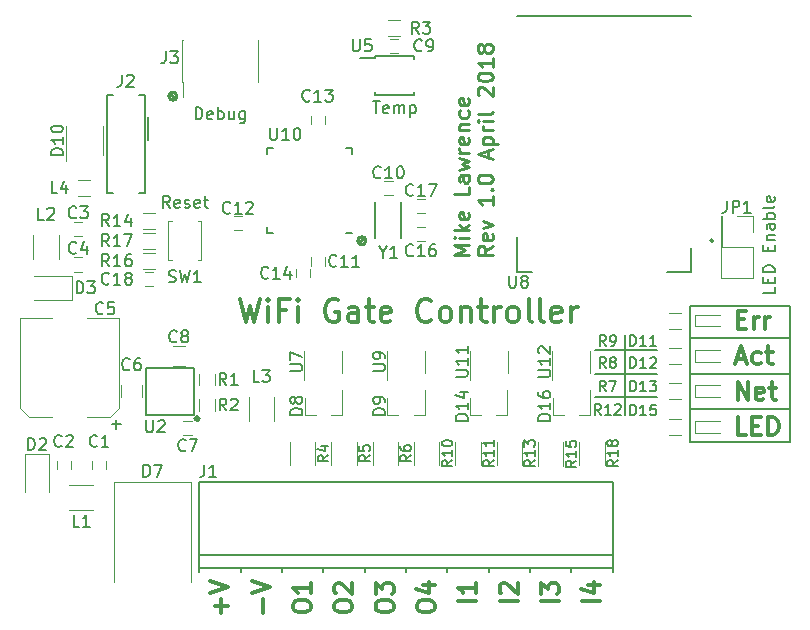
<source format=gto>
G04 #@! TF.GenerationSoftware,KiCad,Pcbnew,(5.0.0-rc2-dev-390-g2bfbff1)*
G04 #@! TF.CreationDate,2018-04-26T20:39:25-05:00*
G04 #@! TF.ProjectId,WiFi-Gate-Controller,576946692D476174652D436F6E74726F,rev?*
G04 #@! TF.SameCoordinates,Original*
G04 #@! TF.FileFunction,Legend,Top*
G04 #@! TF.FilePolarity,Positive*
%FSLAX46Y46*%
G04 Gerber Fmt 4.6, Leading zero omitted, Abs format (unit mm)*
G04 Created by KiCad (PCBNEW (5.0.0-rc2-dev-390-g2bfbff1)) date Thursday, April 26, 2018 at 08:39:25 PM*
%MOMM*%
%LPD*%
G01*
G04 APERTURE LIST*
%ADD10C,0.152400*%
%ADD11C,0.177800*%
%ADD12C,0.254000*%
%ADD13C,0.304800*%
%ADD14C,0.120000*%
%ADD15C,0.400000*%
%ADD16C,0.150000*%
%ADD17C,0.127000*%
%ADD18C,0.203200*%
G04 APERTURE END LIST*
D10*
X39242095Y-47959619D02*
X38903428Y-47475809D01*
X38661523Y-47959619D02*
X38661523Y-46943619D01*
X39048571Y-46943619D01*
X39145333Y-46992000D01*
X39193714Y-47040380D01*
X39242095Y-47137142D01*
X39242095Y-47282285D01*
X39193714Y-47379047D01*
X39145333Y-47427428D01*
X39048571Y-47475809D01*
X38661523Y-47475809D01*
X40064571Y-47911238D02*
X39967809Y-47959619D01*
X39774285Y-47959619D01*
X39677523Y-47911238D01*
X39629142Y-47814476D01*
X39629142Y-47427428D01*
X39677523Y-47330666D01*
X39774285Y-47282285D01*
X39967809Y-47282285D01*
X40064571Y-47330666D01*
X40112952Y-47427428D01*
X40112952Y-47524190D01*
X39629142Y-47620952D01*
X40500000Y-47911238D02*
X40596761Y-47959619D01*
X40790285Y-47959619D01*
X40887047Y-47911238D01*
X40935428Y-47814476D01*
X40935428Y-47766095D01*
X40887047Y-47669333D01*
X40790285Y-47620952D01*
X40645142Y-47620952D01*
X40548380Y-47572571D01*
X40500000Y-47475809D01*
X40500000Y-47427428D01*
X40548380Y-47330666D01*
X40645142Y-47282285D01*
X40790285Y-47282285D01*
X40887047Y-47330666D01*
X41757904Y-47911238D02*
X41661142Y-47959619D01*
X41467619Y-47959619D01*
X41370857Y-47911238D01*
X41322476Y-47814476D01*
X41322476Y-47427428D01*
X41370857Y-47330666D01*
X41467619Y-47282285D01*
X41661142Y-47282285D01*
X41757904Y-47330666D01*
X41806285Y-47427428D01*
X41806285Y-47524190D01*
X41322476Y-47620952D01*
X42096571Y-47282285D02*
X42483619Y-47282285D01*
X42241714Y-46943619D02*
X42241714Y-47814476D01*
X42290095Y-47911238D01*
X42386857Y-47959619D01*
X42483619Y-47959619D01*
X41419619Y-40459619D02*
X41419619Y-39443619D01*
X41661523Y-39443619D01*
X41806666Y-39492000D01*
X41903428Y-39588761D01*
X41951809Y-39685523D01*
X42000190Y-39879047D01*
X42000190Y-40024190D01*
X41951809Y-40217714D01*
X41903428Y-40314476D01*
X41806666Y-40411238D01*
X41661523Y-40459619D01*
X41419619Y-40459619D01*
X42822666Y-40411238D02*
X42725904Y-40459619D01*
X42532380Y-40459619D01*
X42435619Y-40411238D01*
X42387238Y-40314476D01*
X42387238Y-39927428D01*
X42435619Y-39830666D01*
X42532380Y-39782285D01*
X42725904Y-39782285D01*
X42822666Y-39830666D01*
X42871047Y-39927428D01*
X42871047Y-40024190D01*
X42387238Y-40120952D01*
X43306476Y-40459619D02*
X43306476Y-39443619D01*
X43306476Y-39830666D02*
X43403238Y-39782285D01*
X43596761Y-39782285D01*
X43693523Y-39830666D01*
X43741904Y-39879047D01*
X43790285Y-39975809D01*
X43790285Y-40266095D01*
X43741904Y-40362857D01*
X43693523Y-40411238D01*
X43596761Y-40459619D01*
X43403238Y-40459619D01*
X43306476Y-40411238D01*
X44661142Y-39782285D02*
X44661142Y-40459619D01*
X44225714Y-39782285D02*
X44225714Y-40314476D01*
X44274095Y-40411238D01*
X44370857Y-40459619D01*
X44516000Y-40459619D01*
X44612761Y-40411238D01*
X44661142Y-40362857D01*
X45580380Y-39782285D02*
X45580380Y-40604761D01*
X45532000Y-40701523D01*
X45483619Y-40749904D01*
X45386857Y-40798285D01*
X45241714Y-40798285D01*
X45144952Y-40749904D01*
X45580380Y-40411238D02*
X45483619Y-40459619D01*
X45290095Y-40459619D01*
X45193333Y-40411238D01*
X45144952Y-40362857D01*
X45096571Y-40266095D01*
X45096571Y-39975809D01*
X45144952Y-39879047D01*
X45193333Y-39830666D01*
X45290095Y-39782285D01*
X45483619Y-39782285D01*
X45580380Y-39830666D01*
D11*
X55750000Y-50750000D02*
G75*
G03X55750000Y-50750000I-250000J0D01*
G01*
X55600000Y-50750000D02*
G75*
G03X55600000Y-50750000I-100000J0D01*
G01*
X55900000Y-50750000D02*
G75*
G03X55900000Y-50750000I-400000J0D01*
G01*
X83250000Y-56250000D02*
X83250000Y-67750000D01*
X91750000Y-56250000D02*
X91750000Y-67750000D01*
X75250000Y-60000000D02*
X80500000Y-60000000D01*
X75250000Y-62000000D02*
X80500000Y-62000000D01*
X75250000Y-64000000D02*
X80500000Y-64000000D01*
X77750000Y-58750000D02*
X77750000Y-65500000D01*
X91750000Y-65000000D02*
X83250000Y-65000000D01*
X91750000Y-62000000D02*
X83250000Y-62000000D01*
X91750000Y-67750000D02*
X83250000Y-67750000D01*
X91750000Y-59000000D02*
X83250000Y-59000000D01*
X83250000Y-56250000D02*
X91750000Y-56250000D01*
D10*
X90459619Y-54675225D02*
X90459619Y-55159035D01*
X89443619Y-55159035D01*
X89927428Y-54336559D02*
X89927428Y-53997892D01*
X90459619Y-53852749D02*
X90459619Y-54336559D01*
X89443619Y-54336559D01*
X89443619Y-53852749D01*
X90459619Y-53417320D02*
X89443619Y-53417320D01*
X89443619Y-53175416D01*
X89492000Y-53030273D01*
X89588761Y-52933511D01*
X89685523Y-52885130D01*
X89879047Y-52836749D01*
X90024190Y-52836749D01*
X90217714Y-52885130D01*
X90314476Y-52933511D01*
X90411238Y-53030273D01*
X90459619Y-53175416D01*
X90459619Y-53417320D01*
X89927428Y-51627225D02*
X89927428Y-51288559D01*
X90459619Y-51143416D02*
X90459619Y-51627225D01*
X89443619Y-51627225D01*
X89443619Y-51143416D01*
X89782285Y-50707987D02*
X90459619Y-50707987D01*
X89879047Y-50707987D02*
X89830666Y-50659606D01*
X89782285Y-50562844D01*
X89782285Y-50417701D01*
X89830666Y-50320940D01*
X89927428Y-50272559D01*
X90459619Y-50272559D01*
X90459619Y-49353320D02*
X89927428Y-49353320D01*
X89830666Y-49401701D01*
X89782285Y-49498463D01*
X89782285Y-49691987D01*
X89830666Y-49788749D01*
X90411238Y-49353320D02*
X90459619Y-49450082D01*
X90459619Y-49691987D01*
X90411238Y-49788749D01*
X90314476Y-49837130D01*
X90217714Y-49837130D01*
X90120952Y-49788749D01*
X90072571Y-49691987D01*
X90072571Y-49450082D01*
X90024190Y-49353320D01*
X90459619Y-48869511D02*
X89443619Y-48869511D01*
X89830666Y-48869511D02*
X89782285Y-48772749D01*
X89782285Y-48579225D01*
X89830666Y-48482463D01*
X89879047Y-48434082D01*
X89975809Y-48385701D01*
X90266095Y-48385701D01*
X90362857Y-48434082D01*
X90411238Y-48482463D01*
X90459619Y-48579225D01*
X90459619Y-48772749D01*
X90411238Y-48869511D01*
X90459619Y-47805130D02*
X90411238Y-47901892D01*
X90314476Y-47950273D01*
X89443619Y-47950273D01*
X90411238Y-47031035D02*
X90459619Y-47127797D01*
X90459619Y-47321320D01*
X90411238Y-47418082D01*
X90314476Y-47466463D01*
X89927428Y-47466463D01*
X89830666Y-47418082D01*
X89782285Y-47321320D01*
X89782285Y-47127797D01*
X89830666Y-47031035D01*
X89927428Y-46982654D01*
X90024190Y-46982654D01*
X90120952Y-47466463D01*
X56445821Y-38943619D02*
X57026393Y-38943619D01*
X56736107Y-39959619D02*
X56736107Y-38943619D01*
X57752107Y-39911238D02*
X57655345Y-39959619D01*
X57461821Y-39959619D01*
X57365060Y-39911238D01*
X57316679Y-39814476D01*
X57316679Y-39427428D01*
X57365060Y-39330666D01*
X57461821Y-39282285D01*
X57655345Y-39282285D01*
X57752107Y-39330666D01*
X57800488Y-39427428D01*
X57800488Y-39524190D01*
X57316679Y-39620952D01*
X58235917Y-39959619D02*
X58235917Y-39282285D01*
X58235917Y-39379047D02*
X58284298Y-39330666D01*
X58381060Y-39282285D01*
X58526202Y-39282285D01*
X58622964Y-39330666D01*
X58671345Y-39427428D01*
X58671345Y-39959619D01*
X58671345Y-39427428D02*
X58719726Y-39330666D01*
X58816488Y-39282285D01*
X58961631Y-39282285D01*
X59058393Y-39330666D01*
X59106774Y-39427428D01*
X59106774Y-39959619D01*
X59590583Y-39282285D02*
X59590583Y-40298285D01*
X59590583Y-39330666D02*
X59687345Y-39282285D01*
X59880869Y-39282285D01*
X59977631Y-39330666D01*
X60026012Y-39379047D01*
X60074393Y-39475809D01*
X60074393Y-39766095D01*
X60026012Y-39862857D01*
X59977631Y-39911238D01*
X59880869Y-39959619D01*
X59687345Y-39959619D01*
X59590583Y-39911238D01*
D12*
X66574523Y-51206804D02*
X65969761Y-51630138D01*
X66574523Y-51932519D02*
X65304523Y-51932519D01*
X65304523Y-51448709D01*
X65365000Y-51327757D01*
X65425476Y-51267280D01*
X65546428Y-51206804D01*
X65727857Y-51206804D01*
X65848809Y-51267280D01*
X65909285Y-51327757D01*
X65969761Y-51448709D01*
X65969761Y-51932519D01*
X66514047Y-50178709D02*
X66574523Y-50299661D01*
X66574523Y-50541566D01*
X66514047Y-50662519D01*
X66393095Y-50722995D01*
X65909285Y-50722995D01*
X65788333Y-50662519D01*
X65727857Y-50541566D01*
X65727857Y-50299661D01*
X65788333Y-50178709D01*
X65909285Y-50118233D01*
X66030238Y-50118233D01*
X66151190Y-50722995D01*
X65727857Y-49694900D02*
X66574523Y-49392519D01*
X65727857Y-49090138D01*
X66574523Y-46973471D02*
X66574523Y-47699185D01*
X66574523Y-47336328D02*
X65304523Y-47336328D01*
X65485952Y-47457280D01*
X65606904Y-47578233D01*
X65667380Y-47699185D01*
X66453571Y-46429185D02*
X66514047Y-46368709D01*
X66574523Y-46429185D01*
X66514047Y-46489661D01*
X66453571Y-46429185D01*
X66574523Y-46429185D01*
X65304523Y-45582519D02*
X65304523Y-45461566D01*
X65365000Y-45340614D01*
X65425476Y-45280138D01*
X65546428Y-45219661D01*
X65788333Y-45159185D01*
X66090714Y-45159185D01*
X66332619Y-45219661D01*
X66453571Y-45280138D01*
X66514047Y-45340614D01*
X66574523Y-45461566D01*
X66574523Y-45582519D01*
X66514047Y-45703471D01*
X66453571Y-45763947D01*
X66332619Y-45824423D01*
X66090714Y-45884900D01*
X65788333Y-45884900D01*
X65546428Y-45824423D01*
X65425476Y-45763947D01*
X65365000Y-45703471D01*
X65304523Y-45582519D01*
X66211666Y-43707757D02*
X66211666Y-43102995D01*
X66574523Y-43828709D02*
X65304523Y-43405376D01*
X66574523Y-42982042D01*
X65727857Y-42558709D02*
X66997857Y-42558709D01*
X65788333Y-42558709D02*
X65727857Y-42437757D01*
X65727857Y-42195852D01*
X65788333Y-42074900D01*
X65848809Y-42014423D01*
X65969761Y-41953947D01*
X66332619Y-41953947D01*
X66453571Y-42014423D01*
X66514047Y-42074900D01*
X66574523Y-42195852D01*
X66574523Y-42437757D01*
X66514047Y-42558709D01*
X66574523Y-41409661D02*
X65727857Y-41409661D01*
X65969761Y-41409661D02*
X65848809Y-41349185D01*
X65788333Y-41288709D01*
X65727857Y-41167757D01*
X65727857Y-41046804D01*
X66574523Y-40623471D02*
X65727857Y-40623471D01*
X65304523Y-40623471D02*
X65365000Y-40683947D01*
X65425476Y-40623471D01*
X65365000Y-40562995D01*
X65304523Y-40623471D01*
X65425476Y-40623471D01*
X66574523Y-39837280D02*
X66514047Y-39958233D01*
X66393095Y-40018709D01*
X65304523Y-40018709D01*
X65425476Y-38446328D02*
X65365000Y-38385852D01*
X65304523Y-38264900D01*
X65304523Y-37962519D01*
X65365000Y-37841566D01*
X65425476Y-37781090D01*
X65546428Y-37720614D01*
X65667380Y-37720614D01*
X65848809Y-37781090D01*
X66574523Y-38506804D01*
X66574523Y-37720614D01*
X65304523Y-36934423D02*
X65304523Y-36813471D01*
X65365000Y-36692519D01*
X65425476Y-36632042D01*
X65546428Y-36571566D01*
X65788333Y-36511090D01*
X66090714Y-36511090D01*
X66332619Y-36571566D01*
X66453571Y-36632042D01*
X66514047Y-36692519D01*
X66574523Y-36813471D01*
X66574523Y-36934423D01*
X66514047Y-37055376D01*
X66453571Y-37115852D01*
X66332619Y-37176328D01*
X66090714Y-37236804D01*
X65788333Y-37236804D01*
X65546428Y-37176328D01*
X65425476Y-37115852D01*
X65365000Y-37055376D01*
X65304523Y-36934423D01*
X66574523Y-35301566D02*
X66574523Y-36027280D01*
X66574523Y-35664423D02*
X65304523Y-35664423D01*
X65485952Y-35785376D01*
X65606904Y-35906328D01*
X65667380Y-36027280D01*
X65848809Y-34575852D02*
X65788333Y-34696804D01*
X65727857Y-34757280D01*
X65606904Y-34817757D01*
X65546428Y-34817757D01*
X65425476Y-34757280D01*
X65365000Y-34696804D01*
X65304523Y-34575852D01*
X65304523Y-34333947D01*
X65365000Y-34212995D01*
X65425476Y-34152519D01*
X65546428Y-34092042D01*
X65606904Y-34092042D01*
X65727857Y-34152519D01*
X65788333Y-34212995D01*
X65848809Y-34333947D01*
X65848809Y-34575852D01*
X65909285Y-34696804D01*
X65969761Y-34757280D01*
X66090714Y-34817757D01*
X66332619Y-34817757D01*
X66453571Y-34757280D01*
X66514047Y-34696804D01*
X66574523Y-34575852D01*
X66574523Y-34333947D01*
X66514047Y-34212995D01*
X66453571Y-34152519D01*
X66332619Y-34092042D01*
X66090714Y-34092042D01*
X65969761Y-34152519D01*
X65909285Y-34212995D01*
X65848809Y-34333947D01*
X64574523Y-51932519D02*
X63304523Y-51932519D01*
X64211666Y-51509185D01*
X63304523Y-51085852D01*
X64574523Y-51085852D01*
X64574523Y-50481090D02*
X63727857Y-50481090D01*
X63304523Y-50481090D02*
X63365000Y-50541566D01*
X63425476Y-50481090D01*
X63365000Y-50420614D01*
X63304523Y-50481090D01*
X63425476Y-50481090D01*
X64574523Y-49876328D02*
X63304523Y-49876328D01*
X64090714Y-49755376D02*
X64574523Y-49392519D01*
X63727857Y-49392519D02*
X64211666Y-49876328D01*
X64514047Y-48364423D02*
X64574523Y-48485376D01*
X64574523Y-48727280D01*
X64514047Y-48848233D01*
X64393095Y-48908709D01*
X63909285Y-48908709D01*
X63788333Y-48848233D01*
X63727857Y-48727280D01*
X63727857Y-48485376D01*
X63788333Y-48364423D01*
X63909285Y-48303947D01*
X64030238Y-48303947D01*
X64151190Y-48908709D01*
X64574523Y-46187280D02*
X64574523Y-46792042D01*
X63304523Y-46792042D01*
X64574523Y-45219661D02*
X63909285Y-45219661D01*
X63788333Y-45280138D01*
X63727857Y-45401090D01*
X63727857Y-45642995D01*
X63788333Y-45763947D01*
X64514047Y-45219661D02*
X64574523Y-45340614D01*
X64574523Y-45642995D01*
X64514047Y-45763947D01*
X64393095Y-45824423D01*
X64272142Y-45824423D01*
X64151190Y-45763947D01*
X64090714Y-45642995D01*
X64090714Y-45340614D01*
X64030238Y-45219661D01*
X63727857Y-44735852D02*
X64574523Y-44493947D01*
X63969761Y-44252042D01*
X64574523Y-44010138D01*
X63727857Y-43768233D01*
X64574523Y-43284423D02*
X63727857Y-43284423D01*
X63969761Y-43284423D02*
X63848809Y-43223947D01*
X63788333Y-43163471D01*
X63727857Y-43042519D01*
X63727857Y-42921566D01*
X64514047Y-42014423D02*
X64574523Y-42135376D01*
X64574523Y-42377280D01*
X64514047Y-42498233D01*
X64393095Y-42558709D01*
X63909285Y-42558709D01*
X63788333Y-42498233D01*
X63727857Y-42377280D01*
X63727857Y-42135376D01*
X63788333Y-42014423D01*
X63909285Y-41953947D01*
X64030238Y-41953947D01*
X64151190Y-42558709D01*
X63727857Y-41409661D02*
X64574523Y-41409661D01*
X63848809Y-41409661D02*
X63788333Y-41349185D01*
X63727857Y-41228233D01*
X63727857Y-41046804D01*
X63788333Y-40925852D01*
X63909285Y-40865376D01*
X64574523Y-40865376D01*
X64514047Y-39716328D02*
X64574523Y-39837280D01*
X64574523Y-40079185D01*
X64514047Y-40200138D01*
X64453571Y-40260614D01*
X64332619Y-40321090D01*
X63969761Y-40321090D01*
X63848809Y-40260614D01*
X63788333Y-40200138D01*
X63727857Y-40079185D01*
X63727857Y-39837280D01*
X63788333Y-39716328D01*
X64514047Y-38688233D02*
X64574523Y-38809185D01*
X64574523Y-39051090D01*
X64514047Y-39172042D01*
X64393095Y-39232519D01*
X63909285Y-39232519D01*
X63788333Y-39172042D01*
X63727857Y-39051090D01*
X63727857Y-38809185D01*
X63788333Y-38688233D01*
X63909285Y-38627757D01*
X64030238Y-38627757D01*
X64151190Y-39232519D01*
D13*
X45220262Y-55706785D02*
X45673834Y-57611785D01*
X46036691Y-56251071D01*
X46399548Y-57611785D01*
X46853120Y-55706785D01*
X47578834Y-57611785D02*
X47578834Y-56341785D01*
X47578834Y-55706785D02*
X47488120Y-55797500D01*
X47578834Y-55888214D01*
X47669548Y-55797500D01*
X47578834Y-55706785D01*
X47578834Y-55888214D01*
X49120977Y-56613928D02*
X48485977Y-56613928D01*
X48485977Y-57611785D02*
X48485977Y-55706785D01*
X49393120Y-55706785D01*
X50118834Y-57611785D02*
X50118834Y-56341785D01*
X50118834Y-55706785D02*
X50028120Y-55797500D01*
X50118834Y-55888214D01*
X50209548Y-55797500D01*
X50118834Y-55706785D01*
X50118834Y-55888214D01*
X53475262Y-55797500D02*
X53293834Y-55706785D01*
X53021691Y-55706785D01*
X52749548Y-55797500D01*
X52568120Y-55978928D01*
X52477405Y-56160357D01*
X52386691Y-56523214D01*
X52386691Y-56795357D01*
X52477405Y-57158214D01*
X52568120Y-57339642D01*
X52749548Y-57521071D01*
X53021691Y-57611785D01*
X53203120Y-57611785D01*
X53475262Y-57521071D01*
X53565977Y-57430357D01*
X53565977Y-56795357D01*
X53203120Y-56795357D01*
X55198834Y-57611785D02*
X55198834Y-56613928D01*
X55108120Y-56432500D01*
X54926691Y-56341785D01*
X54563834Y-56341785D01*
X54382405Y-56432500D01*
X55198834Y-57521071D02*
X55017405Y-57611785D01*
X54563834Y-57611785D01*
X54382405Y-57521071D01*
X54291691Y-57339642D01*
X54291691Y-57158214D01*
X54382405Y-56976785D01*
X54563834Y-56886071D01*
X55017405Y-56886071D01*
X55198834Y-56795357D01*
X55833834Y-56341785D02*
X56559548Y-56341785D01*
X56105977Y-55706785D02*
X56105977Y-57339642D01*
X56196691Y-57521071D01*
X56378120Y-57611785D01*
X56559548Y-57611785D01*
X57920262Y-57521071D02*
X57738834Y-57611785D01*
X57375977Y-57611785D01*
X57194548Y-57521071D01*
X57103834Y-57339642D01*
X57103834Y-56613928D01*
X57194548Y-56432500D01*
X57375977Y-56341785D01*
X57738834Y-56341785D01*
X57920262Y-56432500D01*
X58010977Y-56613928D01*
X58010977Y-56795357D01*
X57103834Y-56976785D01*
X61367405Y-57430357D02*
X61276691Y-57521071D01*
X61004548Y-57611785D01*
X60823120Y-57611785D01*
X60550977Y-57521071D01*
X60369548Y-57339642D01*
X60278834Y-57158214D01*
X60188120Y-56795357D01*
X60188120Y-56523214D01*
X60278834Y-56160357D01*
X60369548Y-55978928D01*
X60550977Y-55797500D01*
X60823120Y-55706785D01*
X61004548Y-55706785D01*
X61276691Y-55797500D01*
X61367405Y-55888214D01*
X62455977Y-57611785D02*
X62274548Y-57521071D01*
X62183834Y-57430357D01*
X62093120Y-57248928D01*
X62093120Y-56704642D01*
X62183834Y-56523214D01*
X62274548Y-56432500D01*
X62455977Y-56341785D01*
X62728120Y-56341785D01*
X62909548Y-56432500D01*
X63000262Y-56523214D01*
X63090977Y-56704642D01*
X63090977Y-57248928D01*
X63000262Y-57430357D01*
X62909548Y-57521071D01*
X62728120Y-57611785D01*
X62455977Y-57611785D01*
X63907405Y-56341785D02*
X63907405Y-57611785D01*
X63907405Y-56523214D02*
X63998120Y-56432500D01*
X64179548Y-56341785D01*
X64451691Y-56341785D01*
X64633120Y-56432500D01*
X64723834Y-56613928D01*
X64723834Y-57611785D01*
X65358834Y-56341785D02*
X66084548Y-56341785D01*
X65630977Y-55706785D02*
X65630977Y-57339642D01*
X65721691Y-57521071D01*
X65903120Y-57611785D01*
X66084548Y-57611785D01*
X66719548Y-57611785D02*
X66719548Y-56341785D01*
X66719548Y-56704642D02*
X66810262Y-56523214D01*
X66900977Y-56432500D01*
X67082405Y-56341785D01*
X67263834Y-56341785D01*
X68170977Y-57611785D02*
X67989548Y-57521071D01*
X67898834Y-57430357D01*
X67808120Y-57248928D01*
X67808120Y-56704642D01*
X67898834Y-56523214D01*
X67989548Y-56432500D01*
X68170977Y-56341785D01*
X68443120Y-56341785D01*
X68624548Y-56432500D01*
X68715262Y-56523214D01*
X68805977Y-56704642D01*
X68805977Y-57248928D01*
X68715262Y-57430357D01*
X68624548Y-57521071D01*
X68443120Y-57611785D01*
X68170977Y-57611785D01*
X69894548Y-57611785D02*
X69713120Y-57521071D01*
X69622405Y-57339642D01*
X69622405Y-55706785D01*
X70892405Y-57611785D02*
X70710977Y-57521071D01*
X70620262Y-57339642D01*
X70620262Y-55706785D01*
X72343834Y-57521071D02*
X72162405Y-57611785D01*
X71799548Y-57611785D01*
X71618120Y-57521071D01*
X71527405Y-57339642D01*
X71527405Y-56613928D01*
X71618120Y-56432500D01*
X71799548Y-56341785D01*
X72162405Y-56341785D01*
X72343834Y-56432500D01*
X72434548Y-56613928D01*
X72434548Y-56795357D01*
X71527405Y-56976785D01*
X73250977Y-57611785D02*
X73250977Y-56341785D01*
X73250977Y-56704642D02*
X73341691Y-56523214D01*
X73432405Y-56432500D01*
X73613834Y-56341785D01*
X73795262Y-56341785D01*
D11*
X39600000Y-38500000D02*
G75*
G03X39600000Y-38500000I-100000J0D01*
G01*
X39750000Y-38500000D02*
G75*
G03X39750000Y-38500000I-250000J0D01*
G01*
X39900000Y-38500000D02*
G75*
G03X39900000Y-38500000I-400000J0D01*
G01*
D13*
X88036691Y-67189428D02*
X87310977Y-67189428D01*
X87310977Y-65665428D01*
X88544691Y-66391142D02*
X89052691Y-66391142D01*
X89270405Y-67189428D02*
X88544691Y-67189428D01*
X88544691Y-65665428D01*
X89270405Y-65665428D01*
X89923548Y-67189428D02*
X89923548Y-65665428D01*
X90286405Y-65665428D01*
X90504120Y-65738000D01*
X90649262Y-65883142D01*
X90721834Y-66028285D01*
X90794405Y-66318571D01*
X90794405Y-66536285D01*
X90721834Y-66826571D01*
X90649262Y-66971714D01*
X90504120Y-67116857D01*
X90286405Y-67189428D01*
X89923548Y-67189428D01*
X87310977Y-64189428D02*
X87310977Y-62665428D01*
X88181834Y-64189428D01*
X88181834Y-62665428D01*
X89488120Y-64116857D02*
X89342977Y-64189428D01*
X89052691Y-64189428D01*
X88907548Y-64116857D01*
X88834977Y-63971714D01*
X88834977Y-63391142D01*
X88907548Y-63246000D01*
X89052691Y-63173428D01*
X89342977Y-63173428D01*
X89488120Y-63246000D01*
X89560691Y-63391142D01*
X89560691Y-63536285D01*
X88834977Y-63681428D01*
X89996120Y-63173428D02*
X90576691Y-63173428D01*
X90213834Y-62665428D02*
X90213834Y-63971714D01*
X90286405Y-64116857D01*
X90431548Y-64189428D01*
X90576691Y-64189428D01*
X87238405Y-60754000D02*
X87964120Y-60754000D01*
X87093262Y-61189428D02*
X87601262Y-59665428D01*
X88109262Y-61189428D01*
X89270405Y-61116857D02*
X89125262Y-61189428D01*
X88834977Y-61189428D01*
X88689834Y-61116857D01*
X88617262Y-61044285D01*
X88544691Y-60899142D01*
X88544691Y-60463714D01*
X88617262Y-60318571D01*
X88689834Y-60246000D01*
X88834977Y-60173428D01*
X89125262Y-60173428D01*
X89270405Y-60246000D01*
X89705834Y-60173428D02*
X90286405Y-60173428D01*
X89923548Y-59665428D02*
X89923548Y-60971714D01*
X89996120Y-61116857D01*
X90141262Y-61189428D01*
X90286405Y-61189428D01*
X87310977Y-57391142D02*
X87818977Y-57391142D01*
X88036691Y-58189428D02*
X87310977Y-58189428D01*
X87310977Y-56665428D01*
X88036691Y-56665428D01*
X88689834Y-58189428D02*
X88689834Y-57173428D01*
X88689834Y-57463714D02*
X88762405Y-57318571D01*
X88834977Y-57246000D01*
X88980120Y-57173428D01*
X89125262Y-57173428D01*
X89633262Y-58189428D02*
X89633262Y-57173428D01*
X89633262Y-57463714D02*
X89705834Y-57318571D01*
X89778405Y-57246000D01*
X89923548Y-57173428D01*
X90068691Y-57173428D01*
X75689428Y-81262405D02*
X74165428Y-81262405D01*
X74673428Y-79883548D02*
X75689428Y-79883548D01*
X74092857Y-80246405D02*
X75181428Y-80609262D01*
X75181428Y-79665834D01*
X72189428Y-81262405D02*
X70665428Y-81262405D01*
X70665428Y-80681834D02*
X70665428Y-79738405D01*
X71246000Y-80246405D01*
X71246000Y-80028691D01*
X71318571Y-79883548D01*
X71391142Y-79810977D01*
X71536285Y-79738405D01*
X71899142Y-79738405D01*
X72044285Y-79810977D01*
X72116857Y-79883548D01*
X72189428Y-80028691D01*
X72189428Y-80464120D01*
X72116857Y-80609262D01*
X72044285Y-80681834D01*
X68689428Y-81262405D02*
X67165428Y-81262405D01*
X67310571Y-80609262D02*
X67238000Y-80536691D01*
X67165428Y-80391548D01*
X67165428Y-80028691D01*
X67238000Y-79883548D01*
X67310571Y-79810977D01*
X67455714Y-79738405D01*
X67600857Y-79738405D01*
X67818571Y-79810977D01*
X68689428Y-80681834D01*
X68689428Y-79738405D01*
X65189428Y-81262405D02*
X63665428Y-81262405D01*
X65189428Y-79738405D02*
X65189428Y-80609262D01*
X65189428Y-80173834D02*
X63665428Y-80173834D01*
X63883142Y-80318977D01*
X64028285Y-80464120D01*
X64100857Y-80609262D01*
X60165428Y-81842977D02*
X60165428Y-81552691D01*
X60238000Y-81407548D01*
X60383142Y-81262405D01*
X60673428Y-81189834D01*
X61181428Y-81189834D01*
X61471714Y-81262405D01*
X61616857Y-81407548D01*
X61689428Y-81552691D01*
X61689428Y-81842977D01*
X61616857Y-81988120D01*
X61471714Y-82133262D01*
X61181428Y-82205834D01*
X60673428Y-82205834D01*
X60383142Y-82133262D01*
X60238000Y-81988120D01*
X60165428Y-81842977D01*
X60673428Y-79883548D02*
X61689428Y-79883548D01*
X60092857Y-80246405D02*
X61181428Y-80609262D01*
X61181428Y-79665834D01*
X56665428Y-81842977D02*
X56665428Y-81552691D01*
X56738000Y-81407548D01*
X56883142Y-81262405D01*
X57173428Y-81189834D01*
X57681428Y-81189834D01*
X57971714Y-81262405D01*
X58116857Y-81407548D01*
X58189428Y-81552691D01*
X58189428Y-81842977D01*
X58116857Y-81988120D01*
X57971714Y-82133262D01*
X57681428Y-82205834D01*
X57173428Y-82205834D01*
X56883142Y-82133262D01*
X56738000Y-81988120D01*
X56665428Y-81842977D01*
X56665428Y-80681834D02*
X56665428Y-79738405D01*
X57246000Y-80246405D01*
X57246000Y-80028691D01*
X57318571Y-79883548D01*
X57391142Y-79810977D01*
X57536285Y-79738405D01*
X57899142Y-79738405D01*
X58044285Y-79810977D01*
X58116857Y-79883548D01*
X58189428Y-80028691D01*
X58189428Y-80464120D01*
X58116857Y-80609262D01*
X58044285Y-80681834D01*
X53165428Y-81842977D02*
X53165428Y-81552691D01*
X53238000Y-81407548D01*
X53383142Y-81262405D01*
X53673428Y-81189834D01*
X54181428Y-81189834D01*
X54471714Y-81262405D01*
X54616857Y-81407548D01*
X54689428Y-81552691D01*
X54689428Y-81842977D01*
X54616857Y-81988120D01*
X54471714Y-82133262D01*
X54181428Y-82205834D01*
X53673428Y-82205834D01*
X53383142Y-82133262D01*
X53238000Y-81988120D01*
X53165428Y-81842977D01*
X53310571Y-80609262D02*
X53238000Y-80536691D01*
X53165428Y-80391548D01*
X53165428Y-80028691D01*
X53238000Y-79883548D01*
X53310571Y-79810977D01*
X53455714Y-79738405D01*
X53600857Y-79738405D01*
X53818571Y-79810977D01*
X54689428Y-80681834D01*
X54689428Y-79738405D01*
X49665428Y-81842977D02*
X49665428Y-81552691D01*
X49738000Y-81407548D01*
X49883142Y-81262405D01*
X50173428Y-81189834D01*
X50681428Y-81189834D01*
X50971714Y-81262405D01*
X51116857Y-81407548D01*
X51189428Y-81552691D01*
X51189428Y-81842977D01*
X51116857Y-81988120D01*
X50971714Y-82133262D01*
X50681428Y-82205834D01*
X50173428Y-82205834D01*
X49883142Y-82133262D01*
X49738000Y-81988120D01*
X49665428Y-81842977D01*
X51189428Y-79738405D02*
X51189428Y-80609262D01*
X51189428Y-80173834D02*
X49665428Y-80173834D01*
X49883142Y-80318977D01*
X50028285Y-80464120D01*
X50100857Y-80609262D01*
X47108857Y-82278405D02*
X47108857Y-81117262D01*
X46165428Y-80609262D02*
X47689428Y-80101262D01*
X46165428Y-79593262D01*
X43608857Y-82278405D02*
X43608857Y-81117262D01*
X44189428Y-81697834D02*
X43028285Y-81697834D01*
X42665428Y-80609262D02*
X44189428Y-80101262D01*
X42665428Y-79593262D01*
D14*
X40400000Y-66000000D02*
X41100000Y-66000000D01*
X41100000Y-67200000D02*
X40400000Y-67200000D01*
D15*
X41650000Y-65800000D02*
G75*
G03X41650000Y-65800000I-100000J0D01*
G01*
D10*
X41250000Y-61500000D02*
X41250000Y-65500000D01*
X37250000Y-61500000D02*
X41250000Y-61500000D01*
X37250000Y-65500000D02*
X37250000Y-61500000D01*
X41250000Y-65500000D02*
X37250000Y-65500000D01*
D14*
X39400000Y-49100000D02*
X39100000Y-49100000D01*
X39100000Y-49100000D02*
X39100000Y-52400000D01*
X39100000Y-52400000D02*
X39400000Y-52400000D01*
X41600000Y-49100000D02*
X41900000Y-49100000D01*
X41900000Y-49100000D02*
X41900000Y-52400000D01*
X41900000Y-52400000D02*
X41600000Y-52400000D01*
D10*
X56650000Y-50500000D02*
X56650000Y-47500000D01*
X58850000Y-50500000D02*
X58850000Y-47500000D01*
D14*
X46670000Y-33735000D02*
X46735000Y-33735000D01*
X46670000Y-37265000D02*
X46735000Y-37265000D01*
X40265000Y-33735000D02*
X40330000Y-33735000D01*
X40265000Y-37265000D02*
X40330000Y-37265000D01*
X40330000Y-38590000D02*
X40330000Y-37265000D01*
X46735000Y-37265000D02*
X46735000Y-33735000D01*
X40265000Y-37265000D02*
X40265000Y-33735000D01*
D16*
X76748000Y-71212000D02*
X41748000Y-71212000D01*
X76748000Y-78812000D02*
X76748000Y-71212000D01*
X41748000Y-71212000D02*
X41748000Y-78812000D01*
X41748000Y-78412000D02*
X76748000Y-78412000D01*
X41748000Y-77312000D02*
X76748000Y-77312000D01*
X55748000Y-78412000D02*
X55748000Y-78812000D01*
X48748000Y-78412000D02*
X48748000Y-78812000D01*
X45248000Y-78412000D02*
X45248000Y-78812000D01*
X59248000Y-78412000D02*
X59248000Y-78812000D01*
X62748000Y-78412000D02*
X62748000Y-78812000D01*
X52248000Y-78412000D02*
X52248000Y-78812000D01*
X66248000Y-78412000D02*
X66248000Y-78812000D01*
X73248000Y-78412000D02*
X73248000Y-78812000D01*
X69748000Y-78412000D02*
X69748000Y-78812000D01*
X37430000Y-40250000D02*
X37430000Y-42250000D01*
X33930000Y-46700000D02*
X34405000Y-46700000D01*
X33930000Y-38400000D02*
X33930000Y-46700000D01*
X34405000Y-38400000D02*
X33930000Y-38400000D01*
X37130000Y-46700000D02*
X36655000Y-46700000D01*
X37130000Y-38400000D02*
X37130000Y-46700000D01*
X36655000Y-38400000D02*
X37130000Y-38400000D01*
D14*
X41000000Y-71200000D02*
X41000000Y-79600000D01*
X34500000Y-71200000D02*
X34500000Y-79600000D01*
X34500000Y-71200000D02*
X41000000Y-71200000D01*
D17*
X68635000Y-31700000D02*
X83365000Y-31700000D01*
D18*
X85265000Y-50750000D02*
G75*
G03X85265000Y-50750000I-150000J0D01*
G01*
D17*
X83365000Y-51400000D02*
X83365000Y-53420000D01*
X83365000Y-53420000D02*
X81350000Y-53420000D01*
X69900000Y-53420000D02*
X68635000Y-53420000D01*
X68635000Y-53420000D02*
X68635000Y-50400000D01*
D14*
X30850000Y-69400000D02*
X30850000Y-70100000D01*
X29650000Y-70100000D02*
X29650000Y-69400000D01*
X31150000Y-49150000D02*
X31850000Y-49150000D01*
X31850000Y-50350000D02*
X31150000Y-50350000D01*
X31150000Y-52150000D02*
X31850000Y-52150000D01*
X31850000Y-53350000D02*
X31150000Y-53350000D01*
X57900000Y-33650000D02*
X58600000Y-33650000D01*
X58600000Y-34850000D02*
X57900000Y-34850000D01*
X57400000Y-45650000D02*
X58100000Y-45650000D01*
X58100000Y-46850000D02*
X57400000Y-46850000D01*
X52418750Y-40150000D02*
X52418750Y-40850000D01*
X51218750Y-40850000D02*
X51218750Y-40150000D01*
X52418750Y-52150000D02*
X52418750Y-52850000D01*
X51218750Y-52850000D02*
X51218750Y-52150000D01*
X44650000Y-48650000D02*
X45350000Y-48650000D01*
X45350000Y-49850000D02*
X44650000Y-49850000D01*
X51100000Y-53150000D02*
X51100000Y-53850000D01*
X49900000Y-53850000D02*
X49900000Y-53150000D01*
X60850000Y-50800000D02*
X60150000Y-50800000D01*
X60150000Y-49600000D02*
X60850000Y-49600000D01*
X60150000Y-47200000D02*
X60850000Y-47200000D01*
X60850000Y-48400000D02*
X60150000Y-48400000D01*
X37850000Y-54600000D02*
X37150000Y-54600000D01*
X37150000Y-53400000D02*
X37850000Y-53400000D01*
X27000000Y-68800000D02*
X29000000Y-68800000D01*
X27000000Y-68800000D02*
X27000000Y-72000000D01*
X29000000Y-72000000D02*
X29000000Y-68800000D01*
X27750000Y-55750000D02*
X30950000Y-55750000D01*
X30950000Y-53750000D02*
X27750000Y-53750000D01*
X30950000Y-53750000D02*
X30950000Y-55750000D01*
X83700000Y-60000000D02*
X83700000Y-61000000D01*
X83700000Y-61000000D02*
X85800000Y-61000000D01*
X83700000Y-60000000D02*
X85800000Y-60000000D01*
X83700000Y-63000000D02*
X85800000Y-63000000D01*
X83700000Y-64000000D02*
X85800000Y-64000000D01*
X83700000Y-63000000D02*
X83700000Y-64000000D01*
X58750000Y-33430000D02*
X57750000Y-33430000D01*
X57750000Y-32070000D02*
X58750000Y-32070000D01*
X51570000Y-67750000D02*
X51570000Y-69750000D01*
X49430000Y-69750000D02*
X49430000Y-67750000D01*
X55070000Y-67750000D02*
X55070000Y-69750000D01*
X52930000Y-69750000D02*
X52930000Y-67750000D01*
X56430000Y-69750000D02*
X56430000Y-67750000D01*
X58570000Y-67750000D02*
X58570000Y-69750000D01*
X81500000Y-62820000D02*
X82500000Y-62820000D01*
X82500000Y-64180000D02*
X81500000Y-64180000D01*
X82500000Y-61180000D02*
X81500000Y-61180000D01*
X81500000Y-59820000D02*
X82500000Y-59820000D01*
X81500000Y-56820000D02*
X82500000Y-56820000D01*
X82500000Y-58180000D02*
X81500000Y-58180000D01*
X59930000Y-69750000D02*
X59930000Y-67750000D01*
X62070000Y-67750000D02*
X62070000Y-69750000D01*
X65570000Y-67750000D02*
X65570000Y-69750000D01*
X63430000Y-69750000D02*
X63430000Y-67750000D01*
X82500000Y-67180000D02*
X81500000Y-67180000D01*
X81500000Y-65820000D02*
X82500000Y-65820000D01*
X66930000Y-69750000D02*
X66930000Y-67750000D01*
X69070000Y-67750000D02*
X69070000Y-69750000D01*
X38000000Y-49730000D02*
X37000000Y-49730000D01*
X37000000Y-48370000D02*
X38000000Y-48370000D01*
X72570000Y-67800000D02*
X72570000Y-69800000D01*
X70430000Y-69800000D02*
X70430000Y-67800000D01*
X37000000Y-51770000D02*
X38000000Y-51770000D01*
X38000000Y-53130000D02*
X37000000Y-53130000D01*
X38000000Y-51430000D02*
X37000000Y-51430000D01*
X37000000Y-50070000D02*
X38000000Y-50070000D01*
X73930000Y-69750000D02*
X73930000Y-67750000D01*
X76070000Y-67750000D02*
X76070000Y-69750000D01*
D16*
X56575000Y-35250000D02*
X55325000Y-35250000D01*
X56575000Y-38425000D02*
X59925000Y-38425000D01*
X56575000Y-35075000D02*
X59925000Y-35075000D01*
X56575000Y-38425000D02*
X56575000Y-38175000D01*
X59925000Y-38425000D02*
X59925000Y-38175000D01*
X59925000Y-35075000D02*
X59925000Y-35325000D01*
X56575000Y-35075000D02*
X56575000Y-35250000D01*
D14*
X53860000Y-61900000D02*
X53860000Y-60100000D01*
X50640000Y-60100000D02*
X50640000Y-62550000D01*
X57640000Y-60100000D02*
X57640000Y-62550000D01*
X60860000Y-61900000D02*
X60860000Y-60100000D01*
D16*
X47443750Y-50125000D02*
X47968750Y-50125000D01*
X47443750Y-42875000D02*
X47968750Y-42875000D01*
X54693750Y-42875000D02*
X54168750Y-42875000D01*
X54693750Y-50125000D02*
X54168750Y-50125000D01*
X47443750Y-42875000D02*
X47443750Y-43400000D01*
X54693750Y-42875000D02*
X54693750Y-43400000D01*
X47443750Y-50125000D02*
X47443750Y-49600000D01*
D14*
X67860000Y-61900000D02*
X67860000Y-60100000D01*
X64640000Y-60100000D02*
X64640000Y-62550000D01*
X71640000Y-60100000D02*
X71640000Y-62550000D01*
X74860000Y-61900000D02*
X74860000Y-60100000D01*
X50670000Y-65510000D02*
X50670000Y-64050000D01*
X53830000Y-65510000D02*
X53830000Y-63350000D01*
X53830000Y-65510000D02*
X52900000Y-65510000D01*
X50670000Y-65510000D02*
X51600000Y-65510000D01*
X57670000Y-65510000D02*
X58600000Y-65510000D01*
X60830000Y-65510000D02*
X59900000Y-65510000D01*
X60830000Y-65510000D02*
X60830000Y-63350000D01*
X57670000Y-65510000D02*
X57670000Y-64050000D01*
X30750000Y-71430000D02*
X32750000Y-71430000D01*
X32750000Y-73570000D02*
X30750000Y-73570000D01*
X29820000Y-50250000D02*
X29820000Y-52250000D01*
X27680000Y-52250000D02*
X27680000Y-50250000D01*
X33850000Y-69400000D02*
X33850000Y-70100000D01*
X32650000Y-70100000D02*
X32650000Y-69400000D01*
X26560000Y-64930000D02*
X26560000Y-57310000D01*
X27320000Y-65690000D02*
X26560000Y-64930000D01*
X34940000Y-64930000D02*
X34180000Y-65690000D01*
X34940000Y-57310000D02*
X34940000Y-64930000D01*
X34180000Y-65690000D02*
X32260000Y-65690000D01*
X27320000Y-65690000D02*
X29240000Y-65690000D01*
X26560000Y-57310000D02*
X29240000Y-57310000D01*
X34940000Y-57310000D02*
X32260000Y-57310000D01*
X35150000Y-63000000D02*
X35150000Y-64000000D01*
X36850000Y-64000000D02*
X36850000Y-63000000D01*
X40500000Y-59650000D02*
X39500000Y-59650000D01*
X39500000Y-61350000D02*
X40500000Y-61350000D01*
X88580000Y-48670000D02*
X88580000Y-50000000D01*
X87250000Y-48670000D02*
X88580000Y-48670000D01*
X88580000Y-51270000D02*
X88580000Y-53870000D01*
X85980000Y-51270000D02*
X88580000Y-51270000D01*
X85980000Y-48670000D02*
X85980000Y-51270000D01*
X88580000Y-53870000D02*
X85920000Y-53870000D01*
X85980000Y-48670000D02*
X85920000Y-48670000D01*
X85920000Y-48670000D02*
X85920000Y-53870000D01*
X30450000Y-41050000D02*
X30450000Y-44000000D01*
X33550000Y-43450000D02*
X33550000Y-41050000D01*
X83700000Y-57000000D02*
X85800000Y-57000000D01*
X83700000Y-58000000D02*
X85800000Y-58000000D01*
X83700000Y-57000000D02*
X83700000Y-58000000D01*
X64670000Y-65510000D02*
X65600000Y-65510000D01*
X67830000Y-65510000D02*
X66900000Y-65510000D01*
X67830000Y-65510000D02*
X67830000Y-63350000D01*
X64670000Y-65510000D02*
X64670000Y-64050000D01*
X83700000Y-66000000D02*
X83700000Y-67000000D01*
X83700000Y-67000000D02*
X85800000Y-67000000D01*
X83700000Y-66000000D02*
X85800000Y-66000000D01*
X71670000Y-65510000D02*
X71670000Y-64050000D01*
X74830000Y-65510000D02*
X74830000Y-63350000D01*
X74830000Y-65510000D02*
X73900000Y-65510000D01*
X71670000Y-65510000D02*
X72600000Y-65510000D01*
X45930000Y-66000000D02*
X45930000Y-64000000D01*
X48070000Y-64000000D02*
X48070000Y-66000000D01*
X31500000Y-45570000D02*
X32500000Y-45570000D01*
X32500000Y-46930000D02*
X31500000Y-46930000D01*
X43080000Y-62000000D02*
X43080000Y-63000000D01*
X41720000Y-63000000D02*
X41720000Y-62000000D01*
X41720000Y-65150000D02*
X41720000Y-64150000D01*
X43080000Y-64150000D02*
X43080000Y-65150000D01*
D16*
X40583333Y-68457142D02*
X40535714Y-68504761D01*
X40392857Y-68552380D01*
X40297619Y-68552380D01*
X40154761Y-68504761D01*
X40059523Y-68409523D01*
X40011904Y-68314285D01*
X39964285Y-68123809D01*
X39964285Y-67980952D01*
X40011904Y-67790476D01*
X40059523Y-67695238D01*
X40154761Y-67600000D01*
X40297619Y-67552380D01*
X40392857Y-67552380D01*
X40535714Y-67600000D01*
X40583333Y-67647619D01*
X40916666Y-67552380D02*
X41583333Y-67552380D01*
X41154761Y-68552380D01*
D10*
X37225904Y-65943619D02*
X37225904Y-66766095D01*
X37274285Y-66862857D01*
X37322666Y-66911238D01*
X37419428Y-66959619D01*
X37612952Y-66959619D01*
X37709714Y-66911238D01*
X37758095Y-66862857D01*
X37806476Y-66766095D01*
X37806476Y-65943619D01*
X38241904Y-66040380D02*
X38290285Y-65992000D01*
X38387047Y-65943619D01*
X38628952Y-65943619D01*
X38725714Y-65992000D01*
X38774095Y-66040380D01*
X38822476Y-66137142D01*
X38822476Y-66233904D01*
X38774095Y-66379047D01*
X38193523Y-66959619D01*
X38822476Y-66959619D01*
X39145333Y-54209238D02*
X39290476Y-54257619D01*
X39532380Y-54257619D01*
X39629142Y-54209238D01*
X39677523Y-54160857D01*
X39725904Y-54064095D01*
X39725904Y-53967333D01*
X39677523Y-53870571D01*
X39629142Y-53822190D01*
X39532380Y-53773809D01*
X39338857Y-53725428D01*
X39242095Y-53677047D01*
X39193714Y-53628666D01*
X39145333Y-53531904D01*
X39145333Y-53435142D01*
X39193714Y-53338380D01*
X39242095Y-53290000D01*
X39338857Y-53241619D01*
X39580761Y-53241619D01*
X39725904Y-53290000D01*
X40064571Y-53241619D02*
X40306476Y-54257619D01*
X40500000Y-53531904D01*
X40693523Y-54257619D01*
X40935428Y-53241619D01*
X41854666Y-54257619D02*
X41274095Y-54257619D01*
X41564380Y-54257619D02*
X41564380Y-53241619D01*
X41467619Y-53386761D01*
X41370857Y-53483523D01*
X41274095Y-53531904D01*
X57266190Y-51725809D02*
X57266190Y-52209619D01*
X56927523Y-51193619D02*
X57266190Y-51725809D01*
X57604857Y-51193619D01*
X58475714Y-52209619D02*
X57895142Y-52209619D01*
X58185428Y-52209619D02*
X58185428Y-51193619D01*
X58088666Y-51338761D01*
X57991904Y-51435523D01*
X57895142Y-51483904D01*
X38911333Y-34693619D02*
X38911333Y-35419333D01*
X38862952Y-35564476D01*
X38766190Y-35661238D01*
X38621047Y-35709619D01*
X38524285Y-35709619D01*
X39298380Y-34693619D02*
X39927333Y-34693619D01*
X39588666Y-35080666D01*
X39733809Y-35080666D01*
X39830571Y-35129047D01*
X39878952Y-35177428D01*
X39927333Y-35274190D01*
X39927333Y-35516095D01*
X39878952Y-35612857D01*
X39830571Y-35661238D01*
X39733809Y-35709619D01*
X39443523Y-35709619D01*
X39346761Y-35661238D01*
X39298380Y-35612857D01*
X42161333Y-69693619D02*
X42161333Y-70419333D01*
X42112952Y-70564476D01*
X42016190Y-70661238D01*
X41871047Y-70709619D01*
X41774285Y-70709619D01*
X43177333Y-70709619D02*
X42596761Y-70709619D01*
X42887047Y-70709619D02*
X42887047Y-69693619D01*
X42790285Y-69838761D01*
X42693523Y-69935523D01*
X42596761Y-69983904D01*
X35161333Y-36693619D02*
X35161333Y-37419333D01*
X35112952Y-37564476D01*
X35016190Y-37661238D01*
X34871047Y-37709619D01*
X34774285Y-37709619D01*
X35596761Y-36790380D02*
X35645142Y-36742000D01*
X35741904Y-36693619D01*
X35983809Y-36693619D01*
X36080571Y-36742000D01*
X36128952Y-36790380D01*
X36177333Y-36887142D01*
X36177333Y-36983904D01*
X36128952Y-37129047D01*
X35548380Y-37709619D01*
X36177333Y-37709619D01*
X37000095Y-70709619D02*
X37000095Y-69693619D01*
X37242000Y-69693619D01*
X37387142Y-69742000D01*
X37483904Y-69838761D01*
X37532285Y-69935523D01*
X37580666Y-70129047D01*
X37580666Y-70274190D01*
X37532285Y-70467714D01*
X37483904Y-70564476D01*
X37387142Y-70661238D01*
X37242000Y-70709619D01*
X37000095Y-70709619D01*
X37919333Y-69693619D02*
X38596666Y-69693619D01*
X38161238Y-70709619D01*
X67975904Y-53693619D02*
X67975904Y-54516095D01*
X68024285Y-54612857D01*
X68072666Y-54661238D01*
X68169428Y-54709619D01*
X68362952Y-54709619D01*
X68459714Y-54661238D01*
X68508095Y-54612857D01*
X68556476Y-54516095D01*
X68556476Y-53693619D01*
X69185428Y-54129047D02*
X69088666Y-54080666D01*
X69040285Y-54032285D01*
X68991904Y-53935523D01*
X68991904Y-53887142D01*
X69040285Y-53790380D01*
X69088666Y-53742000D01*
X69185428Y-53693619D01*
X69378952Y-53693619D01*
X69475714Y-53742000D01*
X69524095Y-53790380D01*
X69572476Y-53887142D01*
X69572476Y-53935523D01*
X69524095Y-54032285D01*
X69475714Y-54080666D01*
X69378952Y-54129047D01*
X69185428Y-54129047D01*
X69088666Y-54177428D01*
X69040285Y-54225809D01*
X68991904Y-54322571D01*
X68991904Y-54516095D01*
X69040285Y-54612857D01*
X69088666Y-54661238D01*
X69185428Y-54709619D01*
X69378952Y-54709619D01*
X69475714Y-54661238D01*
X69524095Y-54612857D01*
X69572476Y-54516095D01*
X69572476Y-54322571D01*
X69524095Y-54225809D01*
X69475714Y-54177428D01*
X69378952Y-54129047D01*
X30080666Y-68112857D02*
X30032285Y-68161238D01*
X29887142Y-68209619D01*
X29790380Y-68209619D01*
X29645238Y-68161238D01*
X29548476Y-68064476D01*
X29500095Y-67967714D01*
X29451714Y-67774190D01*
X29451714Y-67629047D01*
X29500095Y-67435523D01*
X29548476Y-67338761D01*
X29645238Y-67242000D01*
X29790380Y-67193619D01*
X29887142Y-67193619D01*
X30032285Y-67242000D01*
X30080666Y-67290380D01*
X30467714Y-67290380D02*
X30516095Y-67242000D01*
X30612857Y-67193619D01*
X30854761Y-67193619D01*
X30951523Y-67242000D01*
X30999904Y-67290380D01*
X31048285Y-67387142D01*
X31048285Y-67483904D01*
X30999904Y-67629047D01*
X30419333Y-68209619D01*
X31048285Y-68209619D01*
X31330666Y-48762857D02*
X31282285Y-48811238D01*
X31137142Y-48859619D01*
X31040380Y-48859619D01*
X30895238Y-48811238D01*
X30798476Y-48714476D01*
X30750095Y-48617714D01*
X30701714Y-48424190D01*
X30701714Y-48279047D01*
X30750095Y-48085523D01*
X30798476Y-47988761D01*
X30895238Y-47892000D01*
X31040380Y-47843619D01*
X31137142Y-47843619D01*
X31282285Y-47892000D01*
X31330666Y-47940380D01*
X31669333Y-47843619D02*
X32298285Y-47843619D01*
X31959619Y-48230666D01*
X32104761Y-48230666D01*
X32201523Y-48279047D01*
X32249904Y-48327428D01*
X32298285Y-48424190D01*
X32298285Y-48666095D01*
X32249904Y-48762857D01*
X32201523Y-48811238D01*
X32104761Y-48859619D01*
X31814476Y-48859619D01*
X31717714Y-48811238D01*
X31669333Y-48762857D01*
X31330666Y-51762857D02*
X31282285Y-51811238D01*
X31137142Y-51859619D01*
X31040380Y-51859619D01*
X30895238Y-51811238D01*
X30798476Y-51714476D01*
X30750095Y-51617714D01*
X30701714Y-51424190D01*
X30701714Y-51279047D01*
X30750095Y-51085523D01*
X30798476Y-50988761D01*
X30895238Y-50892000D01*
X31040380Y-50843619D01*
X31137142Y-50843619D01*
X31282285Y-50892000D01*
X31330666Y-50940380D01*
X32201523Y-51182285D02*
X32201523Y-51859619D01*
X31959619Y-50795238D02*
X31717714Y-51520952D01*
X32346666Y-51520952D01*
X60580666Y-34612857D02*
X60532285Y-34661238D01*
X60387142Y-34709619D01*
X60290380Y-34709619D01*
X60145238Y-34661238D01*
X60048476Y-34564476D01*
X60000095Y-34467714D01*
X59951714Y-34274190D01*
X59951714Y-34129047D01*
X60000095Y-33935523D01*
X60048476Y-33838761D01*
X60145238Y-33742000D01*
X60290380Y-33693619D01*
X60387142Y-33693619D01*
X60532285Y-33742000D01*
X60580666Y-33790380D01*
X61064476Y-34709619D02*
X61258000Y-34709619D01*
X61354761Y-34661238D01*
X61403142Y-34612857D01*
X61499904Y-34467714D01*
X61548285Y-34274190D01*
X61548285Y-33887142D01*
X61499904Y-33790380D01*
X61451523Y-33742000D01*
X61354761Y-33693619D01*
X61161238Y-33693619D01*
X61064476Y-33742000D01*
X61016095Y-33790380D01*
X60967714Y-33887142D01*
X60967714Y-34129047D01*
X61016095Y-34225809D01*
X61064476Y-34274190D01*
X61161238Y-34322571D01*
X61354761Y-34322571D01*
X61451523Y-34274190D01*
X61499904Y-34225809D01*
X61548285Y-34129047D01*
X57096857Y-45362857D02*
X57048476Y-45411238D01*
X56903333Y-45459619D01*
X56806571Y-45459619D01*
X56661428Y-45411238D01*
X56564666Y-45314476D01*
X56516285Y-45217714D01*
X56467904Y-45024190D01*
X56467904Y-44879047D01*
X56516285Y-44685523D01*
X56564666Y-44588761D01*
X56661428Y-44492000D01*
X56806571Y-44443619D01*
X56903333Y-44443619D01*
X57048476Y-44492000D01*
X57096857Y-44540380D01*
X58064476Y-45459619D02*
X57483904Y-45459619D01*
X57774190Y-45459619D02*
X57774190Y-44443619D01*
X57677428Y-44588761D01*
X57580666Y-44685523D01*
X57483904Y-44733904D01*
X58693428Y-44443619D02*
X58790190Y-44443619D01*
X58886952Y-44492000D01*
X58935333Y-44540380D01*
X58983714Y-44637142D01*
X59032095Y-44830666D01*
X59032095Y-45072571D01*
X58983714Y-45266095D01*
X58935333Y-45362857D01*
X58886952Y-45411238D01*
X58790190Y-45459619D01*
X58693428Y-45459619D01*
X58596666Y-45411238D01*
X58548285Y-45362857D01*
X58499904Y-45266095D01*
X58451523Y-45072571D01*
X58451523Y-44830666D01*
X58499904Y-44637142D01*
X58548285Y-44540380D01*
X58596666Y-44492000D01*
X58693428Y-44443619D01*
X51096857Y-38862857D02*
X51048476Y-38911238D01*
X50903333Y-38959619D01*
X50806571Y-38959619D01*
X50661428Y-38911238D01*
X50564666Y-38814476D01*
X50516285Y-38717714D01*
X50467904Y-38524190D01*
X50467904Y-38379047D01*
X50516285Y-38185523D01*
X50564666Y-38088761D01*
X50661428Y-37992000D01*
X50806571Y-37943619D01*
X50903333Y-37943619D01*
X51048476Y-37992000D01*
X51096857Y-38040380D01*
X52064476Y-38959619D02*
X51483904Y-38959619D01*
X51774190Y-38959619D02*
X51774190Y-37943619D01*
X51677428Y-38088761D01*
X51580666Y-38185523D01*
X51483904Y-38233904D01*
X52403142Y-37943619D02*
X53032095Y-37943619D01*
X52693428Y-38330666D01*
X52838571Y-38330666D01*
X52935333Y-38379047D01*
X52983714Y-38427428D01*
X53032095Y-38524190D01*
X53032095Y-38766095D01*
X52983714Y-38862857D01*
X52935333Y-38911238D01*
X52838571Y-38959619D01*
X52548285Y-38959619D01*
X52451523Y-38911238D01*
X52403142Y-38862857D01*
X53346857Y-52862857D02*
X53298476Y-52911238D01*
X53153333Y-52959619D01*
X53056571Y-52959619D01*
X52911428Y-52911238D01*
X52814666Y-52814476D01*
X52766285Y-52717714D01*
X52717904Y-52524190D01*
X52717904Y-52379047D01*
X52766285Y-52185523D01*
X52814666Y-52088761D01*
X52911428Y-51992000D01*
X53056571Y-51943619D01*
X53153333Y-51943619D01*
X53298476Y-51992000D01*
X53346857Y-52040380D01*
X54314476Y-52959619D02*
X53733904Y-52959619D01*
X54024190Y-52959619D02*
X54024190Y-51943619D01*
X53927428Y-52088761D01*
X53830666Y-52185523D01*
X53733904Y-52233904D01*
X55282095Y-52959619D02*
X54701523Y-52959619D01*
X54991809Y-52959619D02*
X54991809Y-51943619D01*
X54895047Y-52088761D01*
X54798285Y-52185523D01*
X54701523Y-52233904D01*
X44346857Y-48362857D02*
X44298476Y-48411238D01*
X44153333Y-48459619D01*
X44056571Y-48459619D01*
X43911428Y-48411238D01*
X43814666Y-48314476D01*
X43766285Y-48217714D01*
X43717904Y-48024190D01*
X43717904Y-47879047D01*
X43766285Y-47685523D01*
X43814666Y-47588761D01*
X43911428Y-47492000D01*
X44056571Y-47443619D01*
X44153333Y-47443619D01*
X44298476Y-47492000D01*
X44346857Y-47540380D01*
X45314476Y-48459619D02*
X44733904Y-48459619D01*
X45024190Y-48459619D02*
X45024190Y-47443619D01*
X44927428Y-47588761D01*
X44830666Y-47685523D01*
X44733904Y-47733904D01*
X45701523Y-47540380D02*
X45749904Y-47492000D01*
X45846666Y-47443619D01*
X46088571Y-47443619D01*
X46185333Y-47492000D01*
X46233714Y-47540380D01*
X46282095Y-47637142D01*
X46282095Y-47733904D01*
X46233714Y-47879047D01*
X45653142Y-48459619D01*
X46282095Y-48459619D01*
X47596857Y-53862857D02*
X47548476Y-53911238D01*
X47403333Y-53959619D01*
X47306571Y-53959619D01*
X47161428Y-53911238D01*
X47064666Y-53814476D01*
X47016285Y-53717714D01*
X46967904Y-53524190D01*
X46967904Y-53379047D01*
X47016285Y-53185523D01*
X47064666Y-53088761D01*
X47161428Y-52992000D01*
X47306571Y-52943619D01*
X47403333Y-52943619D01*
X47548476Y-52992000D01*
X47596857Y-53040380D01*
X48564476Y-53959619D02*
X47983904Y-53959619D01*
X48274190Y-53959619D02*
X48274190Y-52943619D01*
X48177428Y-53088761D01*
X48080666Y-53185523D01*
X47983904Y-53233904D01*
X49435333Y-53282285D02*
X49435333Y-53959619D01*
X49193428Y-52895238D02*
X48951523Y-53620952D01*
X49580476Y-53620952D01*
X59846857Y-51962857D02*
X59798476Y-52011238D01*
X59653333Y-52059619D01*
X59556571Y-52059619D01*
X59411428Y-52011238D01*
X59314666Y-51914476D01*
X59266285Y-51817714D01*
X59217904Y-51624190D01*
X59217904Y-51479047D01*
X59266285Y-51285523D01*
X59314666Y-51188761D01*
X59411428Y-51092000D01*
X59556571Y-51043619D01*
X59653333Y-51043619D01*
X59798476Y-51092000D01*
X59846857Y-51140380D01*
X60814476Y-52059619D02*
X60233904Y-52059619D01*
X60524190Y-52059619D02*
X60524190Y-51043619D01*
X60427428Y-51188761D01*
X60330666Y-51285523D01*
X60233904Y-51333904D01*
X61685333Y-51043619D02*
X61491809Y-51043619D01*
X61395047Y-51092000D01*
X61346666Y-51140380D01*
X61249904Y-51285523D01*
X61201523Y-51479047D01*
X61201523Y-51866095D01*
X61249904Y-51962857D01*
X61298285Y-52011238D01*
X61395047Y-52059619D01*
X61588571Y-52059619D01*
X61685333Y-52011238D01*
X61733714Y-51962857D01*
X61782095Y-51866095D01*
X61782095Y-51624190D01*
X61733714Y-51527428D01*
X61685333Y-51479047D01*
X61588571Y-51430666D01*
X61395047Y-51430666D01*
X61298285Y-51479047D01*
X61249904Y-51527428D01*
X61201523Y-51624190D01*
X59846857Y-46862857D02*
X59798476Y-46911238D01*
X59653333Y-46959619D01*
X59556571Y-46959619D01*
X59411428Y-46911238D01*
X59314666Y-46814476D01*
X59266285Y-46717714D01*
X59217904Y-46524190D01*
X59217904Y-46379047D01*
X59266285Y-46185523D01*
X59314666Y-46088761D01*
X59411428Y-45992000D01*
X59556571Y-45943619D01*
X59653333Y-45943619D01*
X59798476Y-45992000D01*
X59846857Y-46040380D01*
X60814476Y-46959619D02*
X60233904Y-46959619D01*
X60524190Y-46959619D02*
X60524190Y-45943619D01*
X60427428Y-46088761D01*
X60330666Y-46185523D01*
X60233904Y-46233904D01*
X61153142Y-45943619D02*
X61830476Y-45943619D01*
X61395047Y-46959619D01*
X34096857Y-54362857D02*
X34048476Y-54411238D01*
X33903333Y-54459619D01*
X33806571Y-54459619D01*
X33661428Y-54411238D01*
X33564666Y-54314476D01*
X33516285Y-54217714D01*
X33467904Y-54024190D01*
X33467904Y-53879047D01*
X33516285Y-53685523D01*
X33564666Y-53588761D01*
X33661428Y-53492000D01*
X33806571Y-53443619D01*
X33903333Y-53443619D01*
X34048476Y-53492000D01*
X34096857Y-53540380D01*
X35064476Y-54459619D02*
X34483904Y-54459619D01*
X34774190Y-54459619D02*
X34774190Y-53443619D01*
X34677428Y-53588761D01*
X34580666Y-53685523D01*
X34483904Y-53733904D01*
X35645047Y-53879047D02*
X35548285Y-53830666D01*
X35499904Y-53782285D01*
X35451523Y-53685523D01*
X35451523Y-53637142D01*
X35499904Y-53540380D01*
X35548285Y-53492000D01*
X35645047Y-53443619D01*
X35838571Y-53443619D01*
X35935333Y-53492000D01*
X35983714Y-53540380D01*
X36032095Y-53637142D01*
X36032095Y-53685523D01*
X35983714Y-53782285D01*
X35935333Y-53830666D01*
X35838571Y-53879047D01*
X35645047Y-53879047D01*
X35548285Y-53927428D01*
X35499904Y-53975809D01*
X35451523Y-54072571D01*
X35451523Y-54266095D01*
X35499904Y-54362857D01*
X35548285Y-54411238D01*
X35645047Y-54459619D01*
X35838571Y-54459619D01*
X35935333Y-54411238D01*
X35983714Y-54362857D01*
X36032095Y-54266095D01*
X36032095Y-54072571D01*
X35983714Y-53975809D01*
X35935333Y-53927428D01*
X35838571Y-53879047D01*
X27250095Y-68459619D02*
X27250095Y-67443619D01*
X27492000Y-67443619D01*
X27637142Y-67492000D01*
X27733904Y-67588761D01*
X27782285Y-67685523D01*
X27830666Y-67879047D01*
X27830666Y-68024190D01*
X27782285Y-68217714D01*
X27733904Y-68314476D01*
X27637142Y-68411238D01*
X27492000Y-68459619D01*
X27250095Y-68459619D01*
X28217714Y-67540380D02*
X28266095Y-67492000D01*
X28362857Y-67443619D01*
X28604761Y-67443619D01*
X28701523Y-67492000D01*
X28749904Y-67540380D01*
X28798285Y-67637142D01*
X28798285Y-67733904D01*
X28749904Y-67879047D01*
X28169333Y-68459619D01*
X28798285Y-68459619D01*
X31350095Y-55209619D02*
X31350095Y-54193619D01*
X31592000Y-54193619D01*
X31737142Y-54242000D01*
X31833904Y-54338761D01*
X31882285Y-54435523D01*
X31930666Y-54629047D01*
X31930666Y-54774190D01*
X31882285Y-54967714D01*
X31833904Y-55064476D01*
X31737142Y-55161238D01*
X31592000Y-55209619D01*
X31350095Y-55209619D01*
X32269333Y-54193619D02*
X32898285Y-54193619D01*
X32559619Y-54580666D01*
X32704761Y-54580666D01*
X32801523Y-54629047D01*
X32849904Y-54677428D01*
X32898285Y-54774190D01*
X32898285Y-55016095D01*
X32849904Y-55112857D01*
X32801523Y-55161238D01*
X32704761Y-55209619D01*
X32414476Y-55209619D01*
X32317714Y-55161238D01*
X32269333Y-55112857D01*
X78220500Y-61478166D02*
X78220500Y-60589166D01*
X78432166Y-60589166D01*
X78559166Y-60631500D01*
X78643833Y-60716166D01*
X78686166Y-60800833D01*
X78728500Y-60970166D01*
X78728500Y-61097166D01*
X78686166Y-61266500D01*
X78643833Y-61351166D01*
X78559166Y-61435833D01*
X78432166Y-61478166D01*
X78220500Y-61478166D01*
X79575166Y-61478166D02*
X79067166Y-61478166D01*
X79321166Y-61478166D02*
X79321166Y-60589166D01*
X79236500Y-60716166D01*
X79151833Y-60800833D01*
X79067166Y-60843166D01*
X79913833Y-60673833D02*
X79956166Y-60631500D01*
X80040833Y-60589166D01*
X80252500Y-60589166D01*
X80337166Y-60631500D01*
X80379500Y-60673833D01*
X80421833Y-60758500D01*
X80421833Y-60843166D01*
X80379500Y-60970166D01*
X79871500Y-61478166D01*
X80421833Y-61478166D01*
X78220500Y-63478166D02*
X78220500Y-62589166D01*
X78432166Y-62589166D01*
X78559166Y-62631500D01*
X78643833Y-62716166D01*
X78686166Y-62800833D01*
X78728500Y-62970166D01*
X78728500Y-63097166D01*
X78686166Y-63266500D01*
X78643833Y-63351166D01*
X78559166Y-63435833D01*
X78432166Y-63478166D01*
X78220500Y-63478166D01*
X79575166Y-63478166D02*
X79067166Y-63478166D01*
X79321166Y-63478166D02*
X79321166Y-62589166D01*
X79236500Y-62716166D01*
X79151833Y-62800833D01*
X79067166Y-62843166D01*
X79871500Y-62589166D02*
X80421833Y-62589166D01*
X80125500Y-62927833D01*
X80252500Y-62927833D01*
X80337166Y-62970166D01*
X80379500Y-63012500D01*
X80421833Y-63097166D01*
X80421833Y-63308833D01*
X80379500Y-63393500D01*
X80337166Y-63435833D01*
X80252500Y-63478166D01*
X79998500Y-63478166D01*
X79913833Y-63435833D01*
X79871500Y-63393500D01*
X60330666Y-33209619D02*
X59992000Y-32725809D01*
X59750095Y-33209619D02*
X59750095Y-32193619D01*
X60137142Y-32193619D01*
X60233904Y-32242000D01*
X60282285Y-32290380D01*
X60330666Y-32387142D01*
X60330666Y-32532285D01*
X60282285Y-32629047D01*
X60233904Y-32677428D01*
X60137142Y-32725809D01*
X59750095Y-32725809D01*
X60669333Y-32193619D02*
X61298285Y-32193619D01*
X60959619Y-32580666D01*
X61104761Y-32580666D01*
X61201523Y-32629047D01*
X61249904Y-32677428D01*
X61298285Y-32774190D01*
X61298285Y-33016095D01*
X61249904Y-33112857D01*
X61201523Y-33161238D01*
X61104761Y-33209619D01*
X60814476Y-33209619D01*
X60717714Y-33161238D01*
X60669333Y-33112857D01*
X52652166Y-68898166D02*
X52228833Y-69194500D01*
X52652166Y-69406166D02*
X51763166Y-69406166D01*
X51763166Y-69067500D01*
X51805500Y-68982833D01*
X51847833Y-68940500D01*
X51932500Y-68898166D01*
X52059500Y-68898166D01*
X52144166Y-68940500D01*
X52186500Y-68982833D01*
X52228833Y-69067500D01*
X52228833Y-69406166D01*
X52059500Y-68136166D02*
X52652166Y-68136166D01*
X51720833Y-68347833D02*
X52355833Y-68559500D01*
X52355833Y-68009166D01*
X56152166Y-68898166D02*
X55728833Y-69194500D01*
X56152166Y-69406166D02*
X55263166Y-69406166D01*
X55263166Y-69067500D01*
X55305500Y-68982833D01*
X55347833Y-68940500D01*
X55432500Y-68898166D01*
X55559500Y-68898166D01*
X55644166Y-68940500D01*
X55686500Y-68982833D01*
X55728833Y-69067500D01*
X55728833Y-69406166D01*
X55263166Y-68093833D02*
X55263166Y-68517166D01*
X55686500Y-68559500D01*
X55644166Y-68517166D01*
X55601833Y-68432500D01*
X55601833Y-68220833D01*
X55644166Y-68136166D01*
X55686500Y-68093833D01*
X55771166Y-68051500D01*
X55982833Y-68051500D01*
X56067500Y-68093833D01*
X56109833Y-68136166D01*
X56152166Y-68220833D01*
X56152166Y-68432500D01*
X56109833Y-68517166D01*
X56067500Y-68559500D01*
X59652166Y-68898166D02*
X59228833Y-69194500D01*
X59652166Y-69406166D02*
X58763166Y-69406166D01*
X58763166Y-69067500D01*
X58805500Y-68982833D01*
X58847833Y-68940500D01*
X58932500Y-68898166D01*
X59059500Y-68898166D01*
X59144166Y-68940500D01*
X59186500Y-68982833D01*
X59228833Y-69067500D01*
X59228833Y-69406166D01*
X58763166Y-68136166D02*
X58763166Y-68305500D01*
X58805500Y-68390166D01*
X58847833Y-68432500D01*
X58974833Y-68517166D01*
X59144166Y-68559500D01*
X59482833Y-68559500D01*
X59567500Y-68517166D01*
X59609833Y-68474833D01*
X59652166Y-68390166D01*
X59652166Y-68220833D01*
X59609833Y-68136166D01*
X59567500Y-68093833D01*
X59482833Y-68051500D01*
X59271166Y-68051500D01*
X59186500Y-68093833D01*
X59144166Y-68136166D01*
X59101833Y-68220833D01*
X59101833Y-68390166D01*
X59144166Y-68474833D01*
X59186500Y-68517166D01*
X59271166Y-68559500D01*
X76151833Y-63478166D02*
X75855500Y-63054833D01*
X75643833Y-63478166D02*
X75643833Y-62589166D01*
X75982500Y-62589166D01*
X76067166Y-62631500D01*
X76109500Y-62673833D01*
X76151833Y-62758500D01*
X76151833Y-62885500D01*
X76109500Y-62970166D01*
X76067166Y-63012500D01*
X75982500Y-63054833D01*
X75643833Y-63054833D01*
X76448166Y-62589166D02*
X77040833Y-62589166D01*
X76659833Y-63478166D01*
X76151833Y-61478166D02*
X75855500Y-61054833D01*
X75643833Y-61478166D02*
X75643833Y-60589166D01*
X75982500Y-60589166D01*
X76067166Y-60631500D01*
X76109500Y-60673833D01*
X76151833Y-60758500D01*
X76151833Y-60885500D01*
X76109500Y-60970166D01*
X76067166Y-61012500D01*
X75982500Y-61054833D01*
X75643833Y-61054833D01*
X76659833Y-60970166D02*
X76575166Y-60927833D01*
X76532833Y-60885500D01*
X76490500Y-60800833D01*
X76490500Y-60758500D01*
X76532833Y-60673833D01*
X76575166Y-60631500D01*
X76659833Y-60589166D01*
X76829166Y-60589166D01*
X76913833Y-60631500D01*
X76956166Y-60673833D01*
X76998500Y-60758500D01*
X76998500Y-60800833D01*
X76956166Y-60885500D01*
X76913833Y-60927833D01*
X76829166Y-60970166D01*
X76659833Y-60970166D01*
X76575166Y-61012500D01*
X76532833Y-61054833D01*
X76490500Y-61139500D01*
X76490500Y-61308833D01*
X76532833Y-61393500D01*
X76575166Y-61435833D01*
X76659833Y-61478166D01*
X76829166Y-61478166D01*
X76913833Y-61435833D01*
X76956166Y-61393500D01*
X76998500Y-61308833D01*
X76998500Y-61139500D01*
X76956166Y-61054833D01*
X76913833Y-61012500D01*
X76829166Y-60970166D01*
X76151833Y-59652166D02*
X75855500Y-59228833D01*
X75643833Y-59652166D02*
X75643833Y-58763166D01*
X75982500Y-58763166D01*
X76067166Y-58805500D01*
X76109500Y-58847833D01*
X76151833Y-58932500D01*
X76151833Y-59059500D01*
X76109500Y-59144166D01*
X76067166Y-59186500D01*
X75982500Y-59228833D01*
X75643833Y-59228833D01*
X76575166Y-59652166D02*
X76744500Y-59652166D01*
X76829166Y-59609833D01*
X76871500Y-59567500D01*
X76956166Y-59440500D01*
X76998500Y-59271166D01*
X76998500Y-58932500D01*
X76956166Y-58847833D01*
X76913833Y-58805500D01*
X76829166Y-58763166D01*
X76659833Y-58763166D01*
X76575166Y-58805500D01*
X76532833Y-58847833D01*
X76490500Y-58932500D01*
X76490500Y-59144166D01*
X76532833Y-59228833D01*
X76575166Y-59271166D01*
X76659833Y-59313500D01*
X76829166Y-59313500D01*
X76913833Y-59271166D01*
X76956166Y-59228833D01*
X76998500Y-59144166D01*
X63152166Y-69321500D02*
X62728833Y-69617833D01*
X63152166Y-69829500D02*
X62263166Y-69829500D01*
X62263166Y-69490833D01*
X62305500Y-69406166D01*
X62347833Y-69363833D01*
X62432500Y-69321500D01*
X62559500Y-69321500D01*
X62644166Y-69363833D01*
X62686500Y-69406166D01*
X62728833Y-69490833D01*
X62728833Y-69829500D01*
X63152166Y-68474833D02*
X63152166Y-68982833D01*
X63152166Y-68728833D02*
X62263166Y-68728833D01*
X62390166Y-68813500D01*
X62474833Y-68898166D01*
X62517166Y-68982833D01*
X62263166Y-67924500D02*
X62263166Y-67839833D01*
X62305500Y-67755166D01*
X62347833Y-67712833D01*
X62432500Y-67670500D01*
X62601833Y-67628166D01*
X62813500Y-67628166D01*
X62982833Y-67670500D01*
X63067500Y-67712833D01*
X63109833Y-67755166D01*
X63152166Y-67839833D01*
X63152166Y-67924500D01*
X63109833Y-68009166D01*
X63067500Y-68051500D01*
X62982833Y-68093833D01*
X62813500Y-68136166D01*
X62601833Y-68136166D01*
X62432500Y-68093833D01*
X62347833Y-68051500D01*
X62305500Y-68009166D01*
X62263166Y-67924500D01*
X66652166Y-69321500D02*
X66228833Y-69617833D01*
X66652166Y-69829500D02*
X65763166Y-69829500D01*
X65763166Y-69490833D01*
X65805500Y-69406166D01*
X65847833Y-69363833D01*
X65932500Y-69321500D01*
X66059500Y-69321500D01*
X66144166Y-69363833D01*
X66186500Y-69406166D01*
X66228833Y-69490833D01*
X66228833Y-69829500D01*
X66652166Y-68474833D02*
X66652166Y-68982833D01*
X66652166Y-68728833D02*
X65763166Y-68728833D01*
X65890166Y-68813500D01*
X65974833Y-68898166D01*
X66017166Y-68982833D01*
X66652166Y-67628166D02*
X66652166Y-68136166D01*
X66652166Y-67882166D02*
X65763166Y-67882166D01*
X65890166Y-67966833D01*
X65974833Y-68051500D01*
X66017166Y-68136166D01*
X75728500Y-65478166D02*
X75432166Y-65054833D01*
X75220500Y-65478166D02*
X75220500Y-64589166D01*
X75559166Y-64589166D01*
X75643833Y-64631500D01*
X75686166Y-64673833D01*
X75728500Y-64758500D01*
X75728500Y-64885500D01*
X75686166Y-64970166D01*
X75643833Y-65012500D01*
X75559166Y-65054833D01*
X75220500Y-65054833D01*
X76575166Y-65478166D02*
X76067166Y-65478166D01*
X76321166Y-65478166D02*
X76321166Y-64589166D01*
X76236500Y-64716166D01*
X76151833Y-64800833D01*
X76067166Y-64843166D01*
X76913833Y-64673833D02*
X76956166Y-64631500D01*
X77040833Y-64589166D01*
X77252500Y-64589166D01*
X77337166Y-64631500D01*
X77379500Y-64673833D01*
X77421833Y-64758500D01*
X77421833Y-64843166D01*
X77379500Y-64970166D01*
X76871500Y-65478166D01*
X77421833Y-65478166D01*
X70152166Y-69321500D02*
X69728833Y-69617833D01*
X70152166Y-69829500D02*
X69263166Y-69829500D01*
X69263166Y-69490833D01*
X69305500Y-69406166D01*
X69347833Y-69363833D01*
X69432500Y-69321500D01*
X69559500Y-69321500D01*
X69644166Y-69363833D01*
X69686500Y-69406166D01*
X69728833Y-69490833D01*
X69728833Y-69829500D01*
X70152166Y-68474833D02*
X70152166Y-68982833D01*
X70152166Y-68728833D02*
X69263166Y-68728833D01*
X69390166Y-68813500D01*
X69474833Y-68898166D01*
X69517166Y-68982833D01*
X69263166Y-68178500D02*
X69263166Y-67628166D01*
X69601833Y-67924500D01*
X69601833Y-67797500D01*
X69644166Y-67712833D01*
X69686500Y-67670500D01*
X69771166Y-67628166D01*
X69982833Y-67628166D01*
X70067500Y-67670500D01*
X70109833Y-67712833D01*
X70152166Y-67797500D01*
X70152166Y-68051500D01*
X70109833Y-68136166D01*
X70067500Y-68178500D01*
X34096857Y-49509619D02*
X33758190Y-49025809D01*
X33516285Y-49509619D02*
X33516285Y-48493619D01*
X33903333Y-48493619D01*
X34000095Y-48542000D01*
X34048476Y-48590380D01*
X34096857Y-48687142D01*
X34096857Y-48832285D01*
X34048476Y-48929047D01*
X34000095Y-48977428D01*
X33903333Y-49025809D01*
X33516285Y-49025809D01*
X35064476Y-49509619D02*
X34483904Y-49509619D01*
X34774190Y-49509619D02*
X34774190Y-48493619D01*
X34677428Y-48638761D01*
X34580666Y-48735523D01*
X34483904Y-48783904D01*
X35935333Y-48832285D02*
X35935333Y-49509619D01*
X35693428Y-48445238D02*
X35451523Y-49170952D01*
X36080476Y-49170952D01*
X73652166Y-69371500D02*
X73228833Y-69667833D01*
X73652166Y-69879500D02*
X72763166Y-69879500D01*
X72763166Y-69540833D01*
X72805500Y-69456166D01*
X72847833Y-69413833D01*
X72932500Y-69371500D01*
X73059500Y-69371500D01*
X73144166Y-69413833D01*
X73186500Y-69456166D01*
X73228833Y-69540833D01*
X73228833Y-69879500D01*
X73652166Y-68524833D02*
X73652166Y-69032833D01*
X73652166Y-68778833D02*
X72763166Y-68778833D01*
X72890166Y-68863500D01*
X72974833Y-68948166D01*
X73017166Y-69032833D01*
X72763166Y-67720500D02*
X72763166Y-68143833D01*
X73186500Y-68186166D01*
X73144166Y-68143833D01*
X73101833Y-68059166D01*
X73101833Y-67847500D01*
X73144166Y-67762833D01*
X73186500Y-67720500D01*
X73271166Y-67678166D01*
X73482833Y-67678166D01*
X73567500Y-67720500D01*
X73609833Y-67762833D01*
X73652166Y-67847500D01*
X73652166Y-68059166D01*
X73609833Y-68143833D01*
X73567500Y-68186166D01*
X34096857Y-52909619D02*
X33758190Y-52425809D01*
X33516285Y-52909619D02*
X33516285Y-51893619D01*
X33903333Y-51893619D01*
X34000095Y-51942000D01*
X34048476Y-51990380D01*
X34096857Y-52087142D01*
X34096857Y-52232285D01*
X34048476Y-52329047D01*
X34000095Y-52377428D01*
X33903333Y-52425809D01*
X33516285Y-52425809D01*
X35064476Y-52909619D02*
X34483904Y-52909619D01*
X34774190Y-52909619D02*
X34774190Y-51893619D01*
X34677428Y-52038761D01*
X34580666Y-52135523D01*
X34483904Y-52183904D01*
X35935333Y-51893619D02*
X35741809Y-51893619D01*
X35645047Y-51942000D01*
X35596666Y-51990380D01*
X35499904Y-52135523D01*
X35451523Y-52329047D01*
X35451523Y-52716095D01*
X35499904Y-52812857D01*
X35548285Y-52861238D01*
X35645047Y-52909619D01*
X35838571Y-52909619D01*
X35935333Y-52861238D01*
X35983714Y-52812857D01*
X36032095Y-52716095D01*
X36032095Y-52474190D01*
X35983714Y-52377428D01*
X35935333Y-52329047D01*
X35838571Y-52280666D01*
X35645047Y-52280666D01*
X35548285Y-52329047D01*
X35499904Y-52377428D01*
X35451523Y-52474190D01*
X34096857Y-51209619D02*
X33758190Y-50725809D01*
X33516285Y-51209619D02*
X33516285Y-50193619D01*
X33903333Y-50193619D01*
X34000095Y-50242000D01*
X34048476Y-50290380D01*
X34096857Y-50387142D01*
X34096857Y-50532285D01*
X34048476Y-50629047D01*
X34000095Y-50677428D01*
X33903333Y-50725809D01*
X33516285Y-50725809D01*
X35064476Y-51209619D02*
X34483904Y-51209619D01*
X34774190Y-51209619D02*
X34774190Y-50193619D01*
X34677428Y-50338761D01*
X34580666Y-50435523D01*
X34483904Y-50483904D01*
X35403142Y-50193619D02*
X36080476Y-50193619D01*
X35645047Y-51209619D01*
X77152166Y-69321500D02*
X76728833Y-69617833D01*
X77152166Y-69829500D02*
X76263166Y-69829500D01*
X76263166Y-69490833D01*
X76305500Y-69406166D01*
X76347833Y-69363833D01*
X76432500Y-69321500D01*
X76559500Y-69321500D01*
X76644166Y-69363833D01*
X76686500Y-69406166D01*
X76728833Y-69490833D01*
X76728833Y-69829500D01*
X77152166Y-68474833D02*
X77152166Y-68982833D01*
X77152166Y-68728833D02*
X76263166Y-68728833D01*
X76390166Y-68813500D01*
X76474833Y-68898166D01*
X76517166Y-68982833D01*
X76644166Y-67966833D02*
X76601833Y-68051500D01*
X76559500Y-68093833D01*
X76474833Y-68136166D01*
X76432500Y-68136166D01*
X76347833Y-68093833D01*
X76305500Y-68051500D01*
X76263166Y-67966833D01*
X76263166Y-67797500D01*
X76305500Y-67712833D01*
X76347833Y-67670500D01*
X76432500Y-67628166D01*
X76474833Y-67628166D01*
X76559500Y-67670500D01*
X76601833Y-67712833D01*
X76644166Y-67797500D01*
X76644166Y-67966833D01*
X76686500Y-68051500D01*
X76728833Y-68093833D01*
X76813500Y-68136166D01*
X76982833Y-68136166D01*
X77067500Y-68093833D01*
X77109833Y-68051500D01*
X77152166Y-67966833D01*
X77152166Y-67797500D01*
X77109833Y-67712833D01*
X77067500Y-67670500D01*
X76982833Y-67628166D01*
X76813500Y-67628166D01*
X76728833Y-67670500D01*
X76686500Y-67712833D01*
X76644166Y-67797500D01*
X54725904Y-33693619D02*
X54725904Y-34516095D01*
X54774285Y-34612857D01*
X54822666Y-34661238D01*
X54919428Y-34709619D01*
X55112952Y-34709619D01*
X55209714Y-34661238D01*
X55258095Y-34612857D01*
X55306476Y-34516095D01*
X55306476Y-33693619D01*
X56274095Y-33693619D02*
X55790285Y-33693619D01*
X55741904Y-34177428D01*
X55790285Y-34129047D01*
X55887047Y-34080666D01*
X56128952Y-34080666D01*
X56225714Y-34129047D01*
X56274095Y-34177428D01*
X56322476Y-34274190D01*
X56322476Y-34516095D01*
X56274095Y-34612857D01*
X56225714Y-34661238D01*
X56128952Y-34709619D01*
X55887047Y-34709619D01*
X55790285Y-34661238D01*
X55741904Y-34612857D01*
X49443619Y-61774095D02*
X50266095Y-61774095D01*
X50362857Y-61725714D01*
X50411238Y-61677333D01*
X50459619Y-61580571D01*
X50459619Y-61387047D01*
X50411238Y-61290285D01*
X50362857Y-61241904D01*
X50266095Y-61193523D01*
X49443619Y-61193523D01*
X49443619Y-60806476D02*
X49443619Y-60129142D01*
X50459619Y-60564571D01*
X56443619Y-61774095D02*
X57266095Y-61774095D01*
X57362857Y-61725714D01*
X57411238Y-61677333D01*
X57459619Y-61580571D01*
X57459619Y-61387047D01*
X57411238Y-61290285D01*
X57362857Y-61241904D01*
X57266095Y-61193523D01*
X56443619Y-61193523D01*
X57459619Y-60661333D02*
X57459619Y-60467809D01*
X57411238Y-60371047D01*
X57362857Y-60322666D01*
X57217714Y-60225904D01*
X57024190Y-60177523D01*
X56637142Y-60177523D01*
X56540380Y-60225904D01*
X56492000Y-60274285D01*
X56443619Y-60371047D01*
X56443619Y-60564571D01*
X56492000Y-60661333D01*
X56540380Y-60709714D01*
X56637142Y-60758095D01*
X56879047Y-60758095D01*
X56975809Y-60709714D01*
X57024190Y-60661333D01*
X57072571Y-60564571D01*
X57072571Y-60371047D01*
X57024190Y-60274285D01*
X56975809Y-60225904D01*
X56879047Y-60177523D01*
X47742095Y-41193619D02*
X47742095Y-42016095D01*
X47790476Y-42112857D01*
X47838857Y-42161238D01*
X47935619Y-42209619D01*
X48129142Y-42209619D01*
X48225904Y-42161238D01*
X48274285Y-42112857D01*
X48322666Y-42016095D01*
X48322666Y-41193619D01*
X49338666Y-42209619D02*
X48758095Y-42209619D01*
X49048380Y-42209619D02*
X49048380Y-41193619D01*
X48951619Y-41338761D01*
X48854857Y-41435523D01*
X48758095Y-41483904D01*
X49967619Y-41193619D02*
X50064380Y-41193619D01*
X50161142Y-41242000D01*
X50209523Y-41290380D01*
X50257904Y-41387142D01*
X50306285Y-41580666D01*
X50306285Y-41822571D01*
X50257904Y-42016095D01*
X50209523Y-42112857D01*
X50161142Y-42161238D01*
X50064380Y-42209619D01*
X49967619Y-42209619D01*
X49870857Y-42161238D01*
X49822476Y-42112857D01*
X49774095Y-42016095D01*
X49725714Y-41822571D01*
X49725714Y-41580666D01*
X49774095Y-41387142D01*
X49822476Y-41290380D01*
X49870857Y-41242000D01*
X49967619Y-41193619D01*
X63443619Y-62257904D02*
X64266095Y-62257904D01*
X64362857Y-62209523D01*
X64411238Y-62161142D01*
X64459619Y-62064380D01*
X64459619Y-61870857D01*
X64411238Y-61774095D01*
X64362857Y-61725714D01*
X64266095Y-61677333D01*
X63443619Y-61677333D01*
X64459619Y-60661333D02*
X64459619Y-61241904D01*
X64459619Y-60951619D02*
X63443619Y-60951619D01*
X63588761Y-61048380D01*
X63685523Y-61145142D01*
X63733904Y-61241904D01*
X64459619Y-59693714D02*
X64459619Y-60274285D01*
X64459619Y-59984000D02*
X63443619Y-59984000D01*
X63588761Y-60080761D01*
X63685523Y-60177523D01*
X63733904Y-60274285D01*
X70443619Y-62257904D02*
X71266095Y-62257904D01*
X71362857Y-62209523D01*
X71411238Y-62161142D01*
X71459619Y-62064380D01*
X71459619Y-61870857D01*
X71411238Y-61774095D01*
X71362857Y-61725714D01*
X71266095Y-61677333D01*
X70443619Y-61677333D01*
X71459619Y-60661333D02*
X71459619Y-61241904D01*
X71459619Y-60951619D02*
X70443619Y-60951619D01*
X70588761Y-61048380D01*
X70685523Y-61145142D01*
X70733904Y-61241904D01*
X70540380Y-60274285D02*
X70492000Y-60225904D01*
X70443619Y-60129142D01*
X70443619Y-59887238D01*
X70492000Y-59790476D01*
X70540380Y-59742095D01*
X70637142Y-59693714D01*
X70733904Y-59693714D01*
X70879047Y-59742095D01*
X71459619Y-60322666D01*
X71459619Y-59693714D01*
X50459619Y-65499904D02*
X49443619Y-65499904D01*
X49443619Y-65258000D01*
X49492000Y-65112857D01*
X49588761Y-65016095D01*
X49685523Y-64967714D01*
X49879047Y-64919333D01*
X50024190Y-64919333D01*
X50217714Y-64967714D01*
X50314476Y-65016095D01*
X50411238Y-65112857D01*
X50459619Y-65258000D01*
X50459619Y-65499904D01*
X49879047Y-64338761D02*
X49830666Y-64435523D01*
X49782285Y-64483904D01*
X49685523Y-64532285D01*
X49637142Y-64532285D01*
X49540380Y-64483904D01*
X49492000Y-64435523D01*
X49443619Y-64338761D01*
X49443619Y-64145238D01*
X49492000Y-64048476D01*
X49540380Y-64000095D01*
X49637142Y-63951714D01*
X49685523Y-63951714D01*
X49782285Y-64000095D01*
X49830666Y-64048476D01*
X49879047Y-64145238D01*
X49879047Y-64338761D01*
X49927428Y-64435523D01*
X49975809Y-64483904D01*
X50072571Y-64532285D01*
X50266095Y-64532285D01*
X50362857Y-64483904D01*
X50411238Y-64435523D01*
X50459619Y-64338761D01*
X50459619Y-64145238D01*
X50411238Y-64048476D01*
X50362857Y-64000095D01*
X50266095Y-63951714D01*
X50072571Y-63951714D01*
X49975809Y-64000095D01*
X49927428Y-64048476D01*
X49879047Y-64145238D01*
X57459619Y-65499904D02*
X56443619Y-65499904D01*
X56443619Y-65258000D01*
X56492000Y-65112857D01*
X56588761Y-65016095D01*
X56685523Y-64967714D01*
X56879047Y-64919333D01*
X57024190Y-64919333D01*
X57217714Y-64967714D01*
X57314476Y-65016095D01*
X57411238Y-65112857D01*
X57459619Y-65258000D01*
X57459619Y-65499904D01*
X57459619Y-64435523D02*
X57459619Y-64242000D01*
X57411238Y-64145238D01*
X57362857Y-64096857D01*
X57217714Y-64000095D01*
X57024190Y-63951714D01*
X56637142Y-63951714D01*
X56540380Y-64000095D01*
X56492000Y-64048476D01*
X56443619Y-64145238D01*
X56443619Y-64338761D01*
X56492000Y-64435523D01*
X56540380Y-64483904D01*
X56637142Y-64532285D01*
X56879047Y-64532285D01*
X56975809Y-64483904D01*
X57024190Y-64435523D01*
X57072571Y-64338761D01*
X57072571Y-64145238D01*
X57024190Y-64048476D01*
X56975809Y-64000095D01*
X56879047Y-63951714D01*
X31580666Y-74959619D02*
X31096857Y-74959619D01*
X31096857Y-73943619D01*
X32451523Y-74959619D02*
X31870952Y-74959619D01*
X32161238Y-74959619D02*
X32161238Y-73943619D01*
X32064476Y-74088761D01*
X31967714Y-74185523D01*
X31870952Y-74233904D01*
X28580666Y-48959619D02*
X28096857Y-48959619D01*
X28096857Y-47943619D01*
X28870952Y-48040380D02*
X28919333Y-47992000D01*
X29016095Y-47943619D01*
X29258000Y-47943619D01*
X29354761Y-47992000D01*
X29403142Y-48040380D01*
X29451523Y-48137142D01*
X29451523Y-48233904D01*
X29403142Y-48379047D01*
X28822571Y-48959619D01*
X29451523Y-48959619D01*
X33080666Y-68112857D02*
X33032285Y-68161238D01*
X32887142Y-68209619D01*
X32790380Y-68209619D01*
X32645238Y-68161238D01*
X32548476Y-68064476D01*
X32500095Y-67967714D01*
X32451714Y-67774190D01*
X32451714Y-67629047D01*
X32500095Y-67435523D01*
X32548476Y-67338761D01*
X32645238Y-67242000D01*
X32790380Y-67193619D01*
X32887142Y-67193619D01*
X33032285Y-67242000D01*
X33080666Y-67290380D01*
X34048285Y-68209619D02*
X33467714Y-68209619D01*
X33758000Y-68209619D02*
X33758000Y-67193619D01*
X33661238Y-67338761D01*
X33564476Y-67435523D01*
X33467714Y-67483904D01*
X33580666Y-56862857D02*
X33532285Y-56911238D01*
X33387142Y-56959619D01*
X33290380Y-56959619D01*
X33145238Y-56911238D01*
X33048476Y-56814476D01*
X33000095Y-56717714D01*
X32951714Y-56524190D01*
X32951714Y-56379047D01*
X33000095Y-56185523D01*
X33048476Y-56088761D01*
X33145238Y-55992000D01*
X33290380Y-55943619D01*
X33387142Y-55943619D01*
X33532285Y-55992000D01*
X33580666Y-56040380D01*
X34499904Y-55943619D02*
X34016095Y-55943619D01*
X33967714Y-56427428D01*
X34016095Y-56379047D01*
X34112857Y-56330666D01*
X34354761Y-56330666D01*
X34451523Y-56379047D01*
X34499904Y-56427428D01*
X34548285Y-56524190D01*
X34548285Y-56766095D01*
X34499904Y-56862857D01*
X34451523Y-56911238D01*
X34354761Y-56959619D01*
X34112857Y-56959619D01*
X34016095Y-56911238D01*
X33967714Y-56862857D01*
D16*
X34721428Y-66660952D02*
X34721428Y-65899047D01*
X35102380Y-66280000D02*
X34340476Y-66280000D01*
D10*
X35830666Y-61612857D02*
X35782285Y-61661238D01*
X35637142Y-61709619D01*
X35540380Y-61709619D01*
X35395238Y-61661238D01*
X35298476Y-61564476D01*
X35250095Y-61467714D01*
X35201714Y-61274190D01*
X35201714Y-61129047D01*
X35250095Y-60935523D01*
X35298476Y-60838761D01*
X35395238Y-60742000D01*
X35540380Y-60693619D01*
X35637142Y-60693619D01*
X35782285Y-60742000D01*
X35830666Y-60790380D01*
X36701523Y-60693619D02*
X36508000Y-60693619D01*
X36411238Y-60742000D01*
X36362857Y-60790380D01*
X36266095Y-60935523D01*
X36217714Y-61129047D01*
X36217714Y-61516095D01*
X36266095Y-61612857D01*
X36314476Y-61661238D01*
X36411238Y-61709619D01*
X36604761Y-61709619D01*
X36701523Y-61661238D01*
X36749904Y-61612857D01*
X36798285Y-61516095D01*
X36798285Y-61274190D01*
X36749904Y-61177428D01*
X36701523Y-61129047D01*
X36604761Y-61080666D01*
X36411238Y-61080666D01*
X36314476Y-61129047D01*
X36266095Y-61177428D01*
X36217714Y-61274190D01*
X39830666Y-59262857D02*
X39782285Y-59311238D01*
X39637142Y-59359619D01*
X39540380Y-59359619D01*
X39395238Y-59311238D01*
X39298476Y-59214476D01*
X39250095Y-59117714D01*
X39201714Y-58924190D01*
X39201714Y-58779047D01*
X39250095Y-58585523D01*
X39298476Y-58488761D01*
X39395238Y-58392000D01*
X39540380Y-58343619D01*
X39637142Y-58343619D01*
X39782285Y-58392000D01*
X39830666Y-58440380D01*
X40411238Y-58779047D02*
X40314476Y-58730666D01*
X40266095Y-58682285D01*
X40217714Y-58585523D01*
X40217714Y-58537142D01*
X40266095Y-58440380D01*
X40314476Y-58392000D01*
X40411238Y-58343619D01*
X40604761Y-58343619D01*
X40701523Y-58392000D01*
X40749904Y-58440380D01*
X40798285Y-58537142D01*
X40798285Y-58585523D01*
X40749904Y-58682285D01*
X40701523Y-58730666D01*
X40604761Y-58779047D01*
X40411238Y-58779047D01*
X40314476Y-58827428D01*
X40266095Y-58875809D01*
X40217714Y-58972571D01*
X40217714Y-59166095D01*
X40266095Y-59262857D01*
X40314476Y-59311238D01*
X40411238Y-59359619D01*
X40604761Y-59359619D01*
X40701523Y-59311238D01*
X40749904Y-59262857D01*
X40798285Y-59166095D01*
X40798285Y-58972571D01*
X40749904Y-58875809D01*
X40701523Y-58827428D01*
X40604761Y-58779047D01*
X86403333Y-47343619D02*
X86403333Y-48069333D01*
X86354952Y-48214476D01*
X86258190Y-48311238D01*
X86113047Y-48359619D01*
X86016285Y-48359619D01*
X86887142Y-48359619D02*
X86887142Y-47343619D01*
X87274190Y-47343619D01*
X87370952Y-47392000D01*
X87419333Y-47440380D01*
X87467714Y-47537142D01*
X87467714Y-47682285D01*
X87419333Y-47779047D01*
X87370952Y-47827428D01*
X87274190Y-47875809D01*
X86887142Y-47875809D01*
X88435333Y-48359619D02*
X87854761Y-48359619D01*
X88145047Y-48359619D02*
X88145047Y-47343619D01*
X88048285Y-47488761D01*
X87951523Y-47585523D01*
X87854761Y-47633904D01*
D16*
X30202380Y-43464285D02*
X29202380Y-43464285D01*
X29202380Y-43226190D01*
X29250000Y-43083333D01*
X29345238Y-42988095D01*
X29440476Y-42940476D01*
X29630952Y-42892857D01*
X29773809Y-42892857D01*
X29964285Y-42940476D01*
X30059523Y-42988095D01*
X30154761Y-43083333D01*
X30202380Y-43226190D01*
X30202380Y-43464285D01*
X30202380Y-41940476D02*
X30202380Y-42511904D01*
X30202380Y-42226190D02*
X29202380Y-42226190D01*
X29345238Y-42321428D01*
X29440476Y-42416666D01*
X29488095Y-42511904D01*
X29202380Y-41321428D02*
X29202380Y-41226190D01*
X29250000Y-41130952D01*
X29297619Y-41083333D01*
X29392857Y-41035714D01*
X29583333Y-40988095D01*
X29821428Y-40988095D01*
X30011904Y-41035714D01*
X30107142Y-41083333D01*
X30154761Y-41130952D01*
X30202380Y-41226190D01*
X30202380Y-41321428D01*
X30154761Y-41416666D01*
X30107142Y-41464285D01*
X30011904Y-41511904D01*
X29821428Y-41559523D01*
X29583333Y-41559523D01*
X29392857Y-41511904D01*
X29297619Y-41464285D01*
X29250000Y-41416666D01*
X29202380Y-41321428D01*
D10*
X78220500Y-59652166D02*
X78220500Y-58763166D01*
X78432166Y-58763166D01*
X78559166Y-58805500D01*
X78643833Y-58890166D01*
X78686166Y-58974833D01*
X78728500Y-59144166D01*
X78728500Y-59271166D01*
X78686166Y-59440500D01*
X78643833Y-59525166D01*
X78559166Y-59609833D01*
X78432166Y-59652166D01*
X78220500Y-59652166D01*
X79575166Y-59652166D02*
X79067166Y-59652166D01*
X79321166Y-59652166D02*
X79321166Y-58763166D01*
X79236500Y-58890166D01*
X79151833Y-58974833D01*
X79067166Y-59017166D01*
X80421833Y-59652166D02*
X79913833Y-59652166D01*
X80167833Y-59652166D02*
X80167833Y-58763166D01*
X80083166Y-58890166D01*
X79998500Y-58974833D01*
X79913833Y-59017166D01*
D16*
X64452380Y-65964285D02*
X63452380Y-65964285D01*
X63452380Y-65726190D01*
X63500000Y-65583333D01*
X63595238Y-65488095D01*
X63690476Y-65440476D01*
X63880952Y-65392857D01*
X64023809Y-65392857D01*
X64214285Y-65440476D01*
X64309523Y-65488095D01*
X64404761Y-65583333D01*
X64452380Y-65726190D01*
X64452380Y-65964285D01*
X64452380Y-64440476D02*
X64452380Y-65011904D01*
X64452380Y-64726190D02*
X63452380Y-64726190D01*
X63595238Y-64821428D01*
X63690476Y-64916666D01*
X63738095Y-65011904D01*
X63785714Y-63583333D02*
X64452380Y-63583333D01*
X63404761Y-63821428D02*
X64119047Y-64059523D01*
X64119047Y-63440476D01*
D10*
X78220500Y-65502166D02*
X78220500Y-64613166D01*
X78432166Y-64613166D01*
X78559166Y-64655500D01*
X78643833Y-64740166D01*
X78686166Y-64824833D01*
X78728500Y-64994166D01*
X78728500Y-65121166D01*
X78686166Y-65290500D01*
X78643833Y-65375166D01*
X78559166Y-65459833D01*
X78432166Y-65502166D01*
X78220500Y-65502166D01*
X79575166Y-65502166D02*
X79067166Y-65502166D01*
X79321166Y-65502166D02*
X79321166Y-64613166D01*
X79236500Y-64740166D01*
X79151833Y-64824833D01*
X79067166Y-64867166D01*
X80379500Y-64613166D02*
X79956166Y-64613166D01*
X79913833Y-65036500D01*
X79956166Y-64994166D01*
X80040833Y-64951833D01*
X80252500Y-64951833D01*
X80337166Y-64994166D01*
X80379500Y-65036500D01*
X80421833Y-65121166D01*
X80421833Y-65332833D01*
X80379500Y-65417500D01*
X80337166Y-65459833D01*
X80252500Y-65502166D01*
X80040833Y-65502166D01*
X79956166Y-65459833D01*
X79913833Y-65417500D01*
D16*
X71452380Y-65964285D02*
X70452380Y-65964285D01*
X70452380Y-65726190D01*
X70500000Y-65583333D01*
X70595238Y-65488095D01*
X70690476Y-65440476D01*
X70880952Y-65392857D01*
X71023809Y-65392857D01*
X71214285Y-65440476D01*
X71309523Y-65488095D01*
X71404761Y-65583333D01*
X71452380Y-65726190D01*
X71452380Y-65964285D01*
X71452380Y-64440476D02*
X71452380Y-65011904D01*
X71452380Y-64726190D02*
X70452380Y-64726190D01*
X70595238Y-64821428D01*
X70690476Y-64916666D01*
X70738095Y-65011904D01*
X70452380Y-63583333D02*
X70452380Y-63773809D01*
X70500000Y-63869047D01*
X70547619Y-63916666D01*
X70690476Y-64011904D01*
X70880952Y-64059523D01*
X71261904Y-64059523D01*
X71357142Y-64011904D01*
X71404761Y-63964285D01*
X71452380Y-63869047D01*
X71452380Y-63678571D01*
X71404761Y-63583333D01*
X71357142Y-63535714D01*
X71261904Y-63488095D01*
X71023809Y-63488095D01*
X70928571Y-63535714D01*
X70880952Y-63583333D01*
X70833333Y-63678571D01*
X70833333Y-63869047D01*
X70880952Y-63964285D01*
X70928571Y-64011904D01*
X71023809Y-64059523D01*
X46833333Y-62702380D02*
X46357142Y-62702380D01*
X46357142Y-61702380D01*
X47071428Y-61702380D02*
X47690476Y-61702380D01*
X47357142Y-62083333D01*
X47500000Y-62083333D01*
X47595238Y-62130952D01*
X47642857Y-62178571D01*
X47690476Y-62273809D01*
X47690476Y-62511904D01*
X47642857Y-62607142D01*
X47595238Y-62654761D01*
X47500000Y-62702380D01*
X47214285Y-62702380D01*
X47119047Y-62654761D01*
X47071428Y-62607142D01*
X29733333Y-46702380D02*
X29257142Y-46702380D01*
X29257142Y-45702380D01*
X30495238Y-46035714D02*
X30495238Y-46702380D01*
X30257142Y-45654761D02*
X30019047Y-46369047D01*
X30638095Y-46369047D01*
X44033333Y-62952380D02*
X43700000Y-62476190D01*
X43461904Y-62952380D02*
X43461904Y-61952380D01*
X43842857Y-61952380D01*
X43938095Y-62000000D01*
X43985714Y-62047619D01*
X44033333Y-62142857D01*
X44033333Y-62285714D01*
X43985714Y-62380952D01*
X43938095Y-62428571D01*
X43842857Y-62476190D01*
X43461904Y-62476190D01*
X44985714Y-62952380D02*
X44414285Y-62952380D01*
X44700000Y-62952380D02*
X44700000Y-61952380D01*
X44604761Y-62095238D01*
X44509523Y-62190476D01*
X44414285Y-62238095D01*
X44033333Y-65102380D02*
X43700000Y-64626190D01*
X43461904Y-65102380D02*
X43461904Y-64102380D01*
X43842857Y-64102380D01*
X43938095Y-64150000D01*
X43985714Y-64197619D01*
X44033333Y-64292857D01*
X44033333Y-64435714D01*
X43985714Y-64530952D01*
X43938095Y-64578571D01*
X43842857Y-64626190D01*
X43461904Y-64626190D01*
X44414285Y-64197619D02*
X44461904Y-64150000D01*
X44557142Y-64102380D01*
X44795238Y-64102380D01*
X44890476Y-64150000D01*
X44938095Y-64197619D01*
X44985714Y-64292857D01*
X44985714Y-64388095D01*
X44938095Y-64530952D01*
X44366666Y-65102380D01*
X44985714Y-65102380D01*
M02*

</source>
